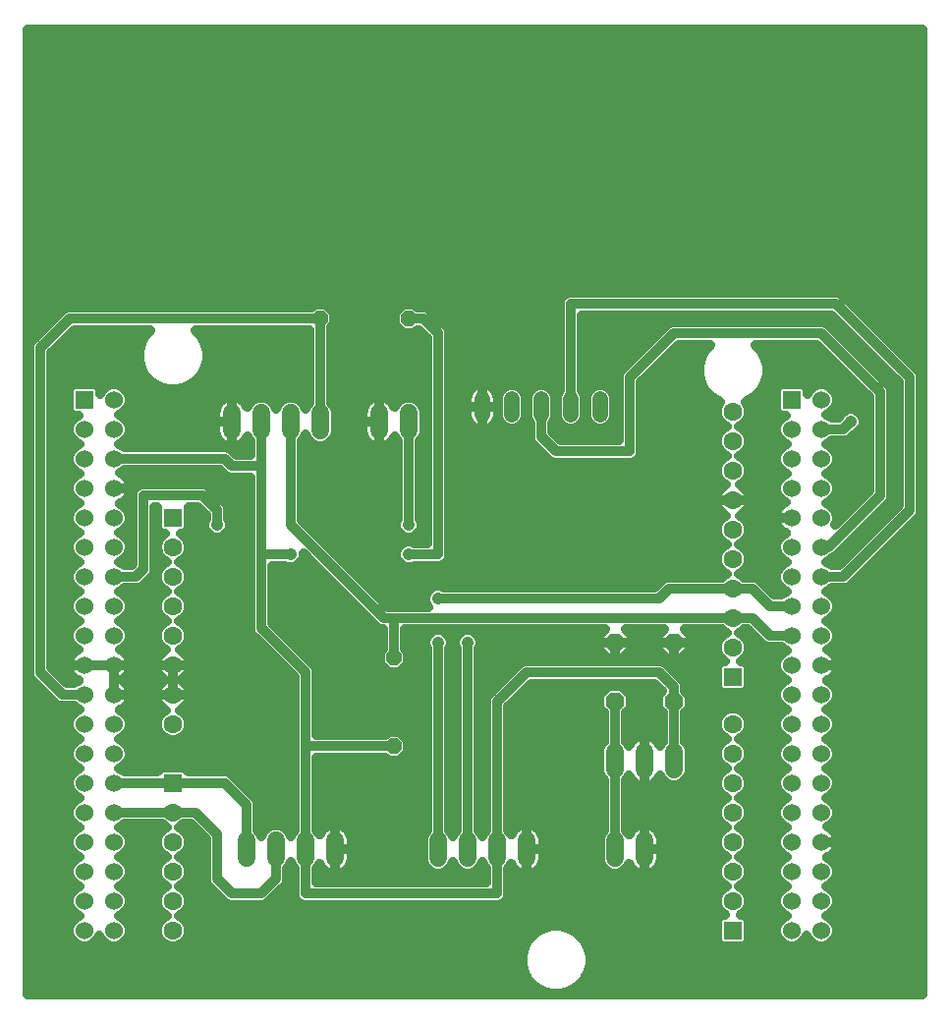
<source format=gbl>
G75*
%MOIN*%
%OFA0B0*%
%FSLAX25Y25*%
%IPPOS*%
%LPD*%
%AMOC8*
5,1,8,0,0,1.08239X$1,22.5*
%
%ADD10R,0.06024X0.06024*%
%ADD11C,0.06024*%
%ADD12R,0.06319X0.06319*%
%ADD13C,0.06319*%
%ADD14C,0.05937*%
%ADD15C,0.05200*%
%ADD16C,0.06000*%
%ADD17OC8,0.06300*%
%ADD18OC8,0.05200*%
%ADD19C,0.03200*%
%ADD20C,0.04159*%
D10*
X0026000Y0208441D03*
X0266000Y0208441D03*
D11*
X0266000Y0198441D03*
X0266000Y0188441D03*
X0266000Y0178441D03*
X0266000Y0168441D03*
X0266000Y0158441D03*
X0266000Y0148441D03*
X0266000Y0138441D03*
X0266000Y0128441D03*
X0266000Y0118441D03*
X0266000Y0108441D03*
X0266000Y0098441D03*
X0266000Y0088441D03*
X0266000Y0078441D03*
X0266000Y0068441D03*
X0266000Y0058441D03*
X0266000Y0048441D03*
X0266000Y0038441D03*
X0266000Y0028441D03*
X0276000Y0028441D03*
X0276000Y0038441D03*
X0276000Y0048441D03*
X0276000Y0058441D03*
X0276000Y0068441D03*
X0276000Y0078441D03*
X0276000Y0088441D03*
X0276000Y0098441D03*
X0276000Y0108441D03*
X0276000Y0118441D03*
X0276000Y0128441D03*
X0276000Y0138441D03*
X0276000Y0148441D03*
X0276000Y0158441D03*
X0276000Y0168441D03*
X0276000Y0178441D03*
X0276000Y0188441D03*
X0276000Y0198441D03*
X0276000Y0208441D03*
X0036000Y0208441D03*
X0036000Y0198441D03*
X0026000Y0198441D03*
X0026000Y0188441D03*
X0036000Y0188441D03*
X0036000Y0178441D03*
X0026000Y0178441D03*
X0026000Y0168441D03*
X0036000Y0168441D03*
X0036000Y0158441D03*
X0026000Y0158441D03*
X0026000Y0148441D03*
X0036000Y0148441D03*
X0036000Y0138441D03*
X0026000Y0138441D03*
X0026000Y0128441D03*
X0036000Y0128441D03*
X0036000Y0118441D03*
X0026000Y0118441D03*
X0026000Y0108441D03*
X0036000Y0108441D03*
X0036000Y0098441D03*
X0026000Y0098441D03*
X0026000Y0088441D03*
X0026000Y0078441D03*
X0036000Y0078441D03*
X0036000Y0088441D03*
X0036000Y0068441D03*
X0026000Y0068441D03*
X0026000Y0058441D03*
X0036000Y0058441D03*
X0036000Y0048441D03*
X0026000Y0048441D03*
X0026000Y0038441D03*
X0036000Y0038441D03*
X0036000Y0028441D03*
X0026000Y0028441D03*
D12*
X0056000Y0078441D03*
X0056000Y0168441D03*
X0246000Y0114425D03*
X0246000Y0028441D03*
D13*
X0246000Y0038441D03*
X0246000Y0048441D03*
X0246000Y0058441D03*
X0246000Y0068441D03*
X0246000Y0078441D03*
X0246000Y0088441D03*
X0246000Y0098441D03*
X0246000Y0124425D03*
X0246000Y0134425D03*
X0246000Y0144425D03*
X0246000Y0154425D03*
X0246000Y0164425D03*
X0246000Y0174425D03*
X0246000Y0184425D03*
X0246000Y0194425D03*
X0246000Y0204425D03*
X0056000Y0158441D03*
X0056000Y0148441D03*
X0056000Y0138441D03*
X0056000Y0128441D03*
X0056000Y0118441D03*
X0056000Y0108441D03*
X0056000Y0098441D03*
X0056000Y0068441D03*
X0056000Y0058441D03*
X0056000Y0048441D03*
X0056000Y0038441D03*
X0056000Y0028441D03*
D14*
X0081000Y0053031D02*
X0081000Y0058969D01*
X0091000Y0058969D02*
X0091000Y0053031D01*
X0101000Y0053031D02*
X0101000Y0058969D01*
X0111000Y0058969D02*
X0111000Y0053031D01*
X0146000Y0053031D02*
X0146000Y0058969D01*
X0156000Y0058969D02*
X0156000Y0053031D01*
X0166000Y0053031D02*
X0166000Y0058969D01*
X0176000Y0058969D02*
X0176000Y0053031D01*
X0206000Y0053031D02*
X0206000Y0058969D01*
X0216000Y0058969D02*
X0216000Y0053031D01*
X0136000Y0198031D02*
X0136000Y0203969D01*
X0126000Y0203969D02*
X0126000Y0198031D01*
X0106000Y0198031D02*
X0106000Y0203969D01*
X0096000Y0203969D02*
X0096000Y0198031D01*
X0086000Y0198031D02*
X0086000Y0203969D01*
X0076000Y0203969D02*
X0076000Y0198031D01*
D15*
X0161000Y0203400D02*
X0161000Y0208600D01*
X0171000Y0208600D02*
X0171000Y0203400D01*
X0181000Y0203400D02*
X0181000Y0208600D01*
X0191000Y0208600D02*
X0191000Y0203400D01*
X0201000Y0203400D02*
X0201000Y0208600D01*
D16*
X0206000Y0089000D02*
X0206000Y0083000D01*
X0216000Y0083000D02*
X0216000Y0089000D01*
X0226000Y0089000D02*
X0226000Y0083000D01*
D17*
X0226000Y0106000D03*
X0226000Y0126000D03*
X0206000Y0126000D03*
X0206000Y0106000D03*
D18*
X0131000Y0091000D03*
X0131000Y0121000D03*
X0136000Y0236000D03*
X0106000Y0236000D03*
D19*
X0006600Y0334101D02*
X0006600Y0006600D01*
X0310321Y0006600D01*
X0310321Y0334101D01*
X0006600Y0334101D01*
X0006600Y0332836D02*
X0310321Y0332836D01*
X0310321Y0329638D02*
X0006600Y0329638D01*
X0006600Y0326439D02*
X0310321Y0326439D01*
X0310321Y0323241D02*
X0006600Y0323241D01*
X0006600Y0320042D02*
X0310321Y0320042D01*
X0310321Y0316844D02*
X0006600Y0316844D01*
X0006600Y0313645D02*
X0310321Y0313645D01*
X0310321Y0310447D02*
X0006600Y0310447D01*
X0006600Y0307248D02*
X0310321Y0307248D01*
X0310321Y0304050D02*
X0006600Y0304050D01*
X0006600Y0300851D02*
X0310321Y0300851D01*
X0310321Y0297653D02*
X0006600Y0297653D01*
X0006600Y0294454D02*
X0310321Y0294454D01*
X0310321Y0291256D02*
X0006600Y0291256D01*
X0006600Y0288057D02*
X0310321Y0288057D01*
X0310321Y0284859D02*
X0006600Y0284859D01*
X0006600Y0281660D02*
X0310321Y0281660D01*
X0310321Y0278462D02*
X0006600Y0278462D01*
X0006600Y0275263D02*
X0310321Y0275263D01*
X0310321Y0272065D02*
X0006600Y0272065D01*
X0006600Y0268866D02*
X0310321Y0268866D01*
X0310321Y0265668D02*
X0006600Y0265668D01*
X0006600Y0262469D02*
X0310321Y0262469D01*
X0310321Y0259270D02*
X0006600Y0259270D01*
X0006600Y0256072D02*
X0310321Y0256072D01*
X0310321Y0252873D02*
X0006600Y0252873D01*
X0006600Y0249675D02*
X0310321Y0249675D01*
X0310321Y0246476D02*
X0006600Y0246476D01*
X0006600Y0243278D02*
X0187904Y0243278D01*
X0187779Y0243153D02*
X0187200Y0241756D01*
X0187200Y0211588D01*
X0186931Y0211319D01*
X0186200Y0209555D01*
X0186200Y0202445D01*
X0186931Y0200681D01*
X0188281Y0199331D01*
X0190045Y0198600D01*
X0191955Y0198600D01*
X0193719Y0199331D01*
X0195069Y0200681D01*
X0195800Y0202445D01*
X0195800Y0209555D01*
X0195069Y0211319D01*
X0194800Y0211588D01*
X0194800Y0237200D01*
X0279426Y0237200D01*
X0302200Y0214426D01*
X0302200Y0172574D01*
X0281867Y0152241D01*
X0279571Y0152241D01*
X0278952Y0152859D01*
X0277548Y0153441D01*
X0278952Y0154023D01*
X0279835Y0154905D01*
X0280593Y0155219D01*
X0299221Y0173847D01*
X0299800Y0175244D01*
X0299800Y0211756D01*
X0299221Y0213153D01*
X0298153Y0214221D01*
X0298153Y0214221D01*
X0279221Y0233153D01*
X0278153Y0234221D01*
X0276756Y0234800D01*
X0225244Y0234800D01*
X0223847Y0234221D01*
X0222779Y0233153D01*
X0207779Y0218153D01*
X0207200Y0216756D01*
X0207200Y0194800D01*
X0187574Y0194800D01*
X0184800Y0197574D01*
X0184800Y0200412D01*
X0185069Y0200681D01*
X0185800Y0202445D01*
X0185800Y0209555D01*
X0185069Y0211319D01*
X0183719Y0212669D01*
X0181955Y0213400D01*
X0180045Y0213400D01*
X0178281Y0212669D01*
X0176931Y0211319D01*
X0176200Y0209555D01*
X0176200Y0202445D01*
X0176931Y0200681D01*
X0177200Y0200412D01*
X0177200Y0195244D01*
X0177779Y0193847D01*
X0182779Y0188847D01*
X0183847Y0187779D01*
X0185244Y0187200D01*
X0211756Y0187200D01*
X0213153Y0187779D01*
X0214221Y0188847D01*
X0214800Y0190244D01*
X0214800Y0214426D01*
X0227574Y0227200D01*
X0238488Y0227200D01*
X0236793Y0225505D01*
X0235279Y0222882D01*
X0234494Y0219956D01*
X0234494Y0216926D01*
X0235279Y0214000D01*
X0236793Y0211376D01*
X0238935Y0209234D01*
X0241559Y0207720D01*
X0241682Y0207687D01*
X0241456Y0207461D01*
X0240641Y0205491D01*
X0240641Y0203359D01*
X0241456Y0201389D01*
X0242964Y0199882D01*
X0244066Y0199425D01*
X0242964Y0198969D01*
X0241456Y0197461D01*
X0240641Y0195491D01*
X0240641Y0193359D01*
X0241456Y0191389D01*
X0242964Y0189882D01*
X0244066Y0189425D01*
X0242964Y0188969D01*
X0241456Y0187461D01*
X0240641Y0185491D01*
X0240641Y0183359D01*
X0241456Y0181389D01*
X0242964Y0179882D01*
X0243548Y0179640D01*
X0242981Y0179351D01*
X0242248Y0178818D01*
X0241607Y0178177D01*
X0241074Y0177444D01*
X0240663Y0176636D01*
X0240382Y0175774D01*
X0240241Y0174878D01*
X0240241Y0174425D01*
X0240241Y0173972D01*
X0240382Y0173077D01*
X0240663Y0172214D01*
X0241074Y0171407D01*
X0241607Y0170673D01*
X0242248Y0170032D01*
X0242981Y0169499D01*
X0243548Y0169211D01*
X0242964Y0168969D01*
X0241456Y0167461D01*
X0240641Y0165491D01*
X0240641Y0163359D01*
X0241456Y0161389D01*
X0242964Y0159882D01*
X0244066Y0159425D01*
X0242964Y0158969D01*
X0241456Y0157461D01*
X0240641Y0155491D01*
X0240641Y0153359D01*
X0241456Y0151389D01*
X0242964Y0149882D01*
X0244066Y0149425D01*
X0242964Y0148969D01*
X0242221Y0148225D01*
X0223669Y0148225D01*
X0222273Y0147647D01*
X0221204Y0146578D01*
X0219426Y0144800D01*
X0148009Y0144800D01*
X0146851Y0145280D01*
X0145149Y0145280D01*
X0143576Y0144628D01*
X0142372Y0143424D01*
X0141720Y0141851D01*
X0141720Y0140149D01*
X0142372Y0138576D01*
X0142723Y0138225D01*
X0129149Y0138225D01*
X0099800Y0167574D01*
X0099800Y0194522D01*
X0100382Y0195104D01*
X0101000Y0196597D01*
X0101618Y0195104D01*
X0103072Y0193650D01*
X0104972Y0192863D01*
X0107028Y0192863D01*
X0108928Y0193650D01*
X0110382Y0195104D01*
X0111168Y0197003D01*
X0111168Y0204997D01*
X0110382Y0206896D01*
X0109800Y0207478D01*
X0109800Y0233012D01*
X0110800Y0234012D01*
X0110800Y0237988D01*
X0107988Y0240800D01*
X0104012Y0240800D01*
X0103012Y0239800D01*
X0020244Y0239800D01*
X0018847Y0239221D01*
X0017779Y0238153D01*
X0008847Y0229221D01*
X0007779Y0228153D01*
X0007200Y0226756D01*
X0007200Y0115244D01*
X0007779Y0113847D01*
X0016407Y0105219D01*
X0017803Y0104641D01*
X0022429Y0104641D01*
X0023048Y0104023D01*
X0024452Y0103441D01*
X0023048Y0102859D01*
X0021582Y0101393D01*
X0020788Y0099478D01*
X0020788Y0097404D01*
X0021582Y0095489D01*
X0023048Y0094023D01*
X0024452Y0093441D01*
X0023048Y0092859D01*
X0021582Y0091393D01*
X0020788Y0089478D01*
X0020788Y0087404D01*
X0021582Y0085489D01*
X0023048Y0084023D01*
X0024452Y0083441D01*
X0023048Y0082859D01*
X0021582Y0081393D01*
X0020788Y0079478D01*
X0020788Y0077404D01*
X0021582Y0075489D01*
X0023048Y0074023D01*
X0024452Y0073441D01*
X0023048Y0072859D01*
X0021582Y0071393D01*
X0020788Y0069478D01*
X0020788Y0067404D01*
X0021582Y0065489D01*
X0023048Y0064023D01*
X0024452Y0063441D01*
X0023048Y0062859D01*
X0021582Y0061393D01*
X0020788Y0059478D01*
X0020788Y0057404D01*
X0021582Y0055489D01*
X0023048Y0054023D01*
X0024452Y0053441D01*
X0023048Y0052859D01*
X0021582Y0051393D01*
X0020788Y0049478D01*
X0020788Y0047404D01*
X0021582Y0045489D01*
X0023048Y0044023D01*
X0024452Y0043441D01*
X0023048Y0042859D01*
X0021582Y0041393D01*
X0020788Y0039478D01*
X0020788Y0037404D01*
X0021582Y0035489D01*
X0023048Y0034023D01*
X0024452Y0033441D01*
X0023048Y0032859D01*
X0021582Y0031393D01*
X0020788Y0029478D01*
X0020788Y0027404D01*
X0021582Y0025489D01*
X0023048Y0024023D01*
X0024963Y0023229D01*
X0027037Y0023229D01*
X0028952Y0024023D01*
X0030418Y0025489D01*
X0031000Y0026893D01*
X0031582Y0025489D01*
X0033048Y0024023D01*
X0034963Y0023229D01*
X0037037Y0023229D01*
X0038952Y0024023D01*
X0040418Y0025489D01*
X0041212Y0027404D01*
X0041212Y0029478D01*
X0040418Y0031393D01*
X0038952Y0032859D01*
X0037548Y0033441D01*
X0038952Y0034023D01*
X0040418Y0035489D01*
X0041212Y0037404D01*
X0041212Y0039478D01*
X0040418Y0041393D01*
X0038952Y0042859D01*
X0037548Y0043441D01*
X0038952Y0044023D01*
X0040418Y0045489D01*
X0041212Y0047404D01*
X0041212Y0049478D01*
X0040418Y0051393D01*
X0038952Y0052859D01*
X0037548Y0053441D01*
X0038952Y0054023D01*
X0040418Y0055489D01*
X0041212Y0057404D01*
X0041212Y0059478D01*
X0040418Y0061393D01*
X0038952Y0062859D01*
X0037548Y0063441D01*
X0038952Y0064023D01*
X0039571Y0064641D01*
X0052221Y0064641D01*
X0052964Y0063897D01*
X0054066Y0063441D01*
X0052964Y0062984D01*
X0051456Y0061477D01*
X0050641Y0059507D01*
X0050641Y0057375D01*
X0051456Y0055405D01*
X0052964Y0053897D01*
X0054066Y0053441D01*
X0052964Y0052984D01*
X0051456Y0051477D01*
X0050641Y0049507D01*
X0050641Y0047375D01*
X0051456Y0045405D01*
X0052964Y0043897D01*
X0054066Y0043441D01*
X0052964Y0042984D01*
X0051456Y0041477D01*
X0050641Y0039507D01*
X0050641Y0037375D01*
X0051456Y0035405D01*
X0052964Y0033897D01*
X0054066Y0033441D01*
X0052964Y0032984D01*
X0051456Y0031477D01*
X0050641Y0029507D01*
X0050641Y0027375D01*
X0051456Y0025405D01*
X0052964Y0023897D01*
X0054934Y0023081D01*
X0057066Y0023081D01*
X0059036Y0023897D01*
X0060544Y0025405D01*
X0061359Y0027375D01*
X0061359Y0029507D01*
X0060544Y0031477D01*
X0059036Y0032984D01*
X0057934Y0033441D01*
X0059036Y0033897D01*
X0060544Y0035405D01*
X0061359Y0037375D01*
X0061359Y0039507D01*
X0060544Y0041477D01*
X0059036Y0042984D01*
X0057934Y0043441D01*
X0059036Y0043897D01*
X0060544Y0045405D01*
X0061359Y0047375D01*
X0061359Y0049507D01*
X0060544Y0051477D01*
X0059036Y0052984D01*
X0057934Y0053441D01*
X0059036Y0053897D01*
X0060544Y0055405D01*
X0061359Y0057375D01*
X0061359Y0059507D01*
X0060544Y0061477D01*
X0059036Y0062984D01*
X0057934Y0063441D01*
X0059036Y0063897D01*
X0059779Y0064641D01*
X0061985Y0064641D01*
X0067200Y0059426D01*
X0067200Y0045244D01*
X0067779Y0043847D01*
X0072779Y0038847D01*
X0073847Y0037779D01*
X0075244Y0037200D01*
X0086756Y0037200D01*
X0088153Y0037779D01*
X0093153Y0042779D01*
X0094221Y0043847D01*
X0094800Y0045244D01*
X0094800Y0049522D01*
X0095382Y0050104D01*
X0096000Y0051597D01*
X0096618Y0050104D01*
X0097200Y0049522D01*
X0097200Y0040244D01*
X0097779Y0038847D01*
X0098847Y0037779D01*
X0100244Y0037200D01*
X0166756Y0037200D01*
X0168153Y0037779D01*
X0169221Y0038847D01*
X0169800Y0040244D01*
X0169800Y0049522D01*
X0170382Y0050104D01*
X0170782Y0051071D01*
X0170839Y0050894D01*
X0171237Y0050113D01*
X0171753Y0049404D01*
X0172372Y0048784D01*
X0173081Y0048269D01*
X0173862Y0047871D01*
X0174696Y0047600D01*
X0175562Y0047463D01*
X0176000Y0047463D01*
X0176438Y0047463D01*
X0177304Y0047600D01*
X0178138Y0047871D01*
X0178919Y0048269D01*
X0179628Y0048784D01*
X0180247Y0049404D01*
X0180763Y0050113D01*
X0181161Y0050894D01*
X0181431Y0051728D01*
X0181568Y0052593D01*
X0181568Y0056000D01*
X0181568Y0059407D01*
X0181431Y0060272D01*
X0181161Y0061106D01*
X0180763Y0061887D01*
X0180247Y0062596D01*
X0179628Y0063216D01*
X0178919Y0063731D01*
X0178138Y0064129D01*
X0177304Y0064400D01*
X0176438Y0064537D01*
X0176000Y0064537D01*
X0176000Y0056000D01*
X0176000Y0056000D01*
X0181568Y0056000D01*
X0176000Y0056000D01*
X0176000Y0056000D01*
X0176000Y0064537D01*
X0175562Y0064537D01*
X0174696Y0064400D01*
X0173862Y0064129D01*
X0173081Y0063731D01*
X0172372Y0063216D01*
X0171753Y0062596D01*
X0171237Y0061887D01*
X0170839Y0061106D01*
X0170782Y0060929D01*
X0170382Y0061896D01*
X0169800Y0062478D01*
X0169800Y0104426D01*
X0177574Y0112200D01*
X0219426Y0112200D01*
X0222030Y0109596D01*
X0220650Y0108216D01*
X0220650Y0103784D01*
X0222200Y0102234D01*
X0222200Y0092554D01*
X0221592Y0091946D01*
X0221221Y0091052D01*
X0221190Y0091150D01*
X0220790Y0091935D01*
X0220271Y0092648D01*
X0219648Y0093271D01*
X0218935Y0093790D01*
X0218150Y0094190D01*
X0217311Y0094462D01*
X0216441Y0094600D01*
X0216000Y0094600D01*
X0216000Y0086000D01*
X0216000Y0086000D01*
X0216000Y0094600D01*
X0215559Y0094600D01*
X0214689Y0094462D01*
X0213850Y0094190D01*
X0213065Y0093790D01*
X0212352Y0093271D01*
X0211729Y0092648D01*
X0211210Y0091935D01*
X0210810Y0091150D01*
X0210779Y0091052D01*
X0210408Y0091946D01*
X0209800Y0092554D01*
X0209800Y0102234D01*
X0211350Y0103784D01*
X0211350Y0108216D01*
X0208216Y0111350D01*
X0203784Y0111350D01*
X0200650Y0108216D01*
X0200650Y0103784D01*
X0202200Y0102234D01*
X0202200Y0092554D01*
X0201592Y0091946D01*
X0200800Y0090034D01*
X0200800Y0081966D01*
X0201592Y0080054D01*
X0202200Y0079446D01*
X0202200Y0062478D01*
X0201618Y0061896D01*
X0200831Y0059997D01*
X0200831Y0052003D01*
X0201618Y0050104D01*
X0203072Y0048650D01*
X0204972Y0047863D01*
X0207028Y0047863D01*
X0208928Y0048650D01*
X0210382Y0050104D01*
X0210782Y0051071D01*
X0210839Y0050894D01*
X0211237Y0050113D01*
X0211753Y0049404D01*
X0212372Y0048784D01*
X0213081Y0048269D01*
X0213862Y0047871D01*
X0214696Y0047600D01*
X0215562Y0047463D01*
X0216000Y0047463D01*
X0216438Y0047463D01*
X0217304Y0047600D01*
X0218138Y0047871D01*
X0218919Y0048269D01*
X0219628Y0048784D01*
X0220247Y0049404D01*
X0220763Y0050113D01*
X0221161Y0050894D01*
X0221431Y0051728D01*
X0221568Y0052593D01*
X0221568Y0056000D01*
X0221568Y0059407D01*
X0221431Y0060272D01*
X0221161Y0061106D01*
X0220763Y0061887D01*
X0220247Y0062596D01*
X0219628Y0063216D01*
X0218919Y0063731D01*
X0218138Y0064129D01*
X0217304Y0064400D01*
X0216438Y0064537D01*
X0216000Y0064537D01*
X0216000Y0056000D01*
X0216000Y0056000D01*
X0221568Y0056000D01*
X0216000Y0056000D01*
X0216000Y0056000D01*
X0216000Y0064537D01*
X0215562Y0064537D01*
X0214696Y0064400D01*
X0213862Y0064129D01*
X0213081Y0063731D01*
X0212372Y0063216D01*
X0211753Y0062596D01*
X0211237Y0061887D01*
X0210839Y0061106D01*
X0210782Y0060929D01*
X0210382Y0061896D01*
X0209800Y0062478D01*
X0209800Y0079446D01*
X0210408Y0080054D01*
X0210779Y0080948D01*
X0210810Y0080850D01*
X0211210Y0080065D01*
X0211729Y0079352D01*
X0212352Y0078729D01*
X0213065Y0078210D01*
X0213850Y0077810D01*
X0214689Y0077538D01*
X0215559Y0077400D01*
X0216000Y0077400D01*
X0216441Y0077400D01*
X0217311Y0077538D01*
X0218150Y0077810D01*
X0218935Y0078210D01*
X0219648Y0078729D01*
X0220271Y0079352D01*
X0220790Y0080065D01*
X0221190Y0080850D01*
X0221221Y0080948D01*
X0221592Y0080054D01*
X0223054Y0078592D01*
X0224966Y0077800D01*
X0227034Y0077800D01*
X0228946Y0078592D01*
X0230408Y0080054D01*
X0231200Y0081966D01*
X0231200Y0090034D01*
X0230408Y0091946D01*
X0229800Y0092554D01*
X0229800Y0102234D01*
X0231350Y0103784D01*
X0231350Y0108216D01*
X0229800Y0109766D01*
X0229800Y0111756D01*
X0229221Y0113153D01*
X0224221Y0118153D01*
X0223153Y0119221D01*
X0221756Y0119800D01*
X0175244Y0119800D01*
X0173847Y0119221D01*
X0172779Y0118153D01*
X0163847Y0109221D01*
X0162779Y0108153D01*
X0162200Y0106756D01*
X0162200Y0062478D01*
X0161618Y0061896D01*
X0161000Y0060403D01*
X0160382Y0061896D01*
X0159800Y0062478D01*
X0159800Y0123991D01*
X0160280Y0125149D01*
X0160280Y0126851D01*
X0159628Y0128424D01*
X0158424Y0129628D01*
X0156851Y0130280D01*
X0155149Y0130280D01*
X0153576Y0129628D01*
X0152372Y0128424D01*
X0151720Y0126851D01*
X0151720Y0125149D01*
X0152200Y0123991D01*
X0152200Y0062478D01*
X0151618Y0061896D01*
X0151000Y0060403D01*
X0150382Y0061896D01*
X0149800Y0062478D01*
X0149800Y0123991D01*
X0150280Y0125149D01*
X0150280Y0126851D01*
X0149628Y0128424D01*
X0148424Y0129628D01*
X0146851Y0130280D01*
X0145149Y0130280D01*
X0143576Y0129628D01*
X0142372Y0128424D01*
X0141720Y0126851D01*
X0141720Y0125149D01*
X0142200Y0123991D01*
X0142200Y0062478D01*
X0141618Y0061896D01*
X0140831Y0059997D01*
X0140831Y0052003D01*
X0141618Y0050104D01*
X0143072Y0048650D01*
X0144972Y0047863D01*
X0147028Y0047863D01*
X0148928Y0048650D01*
X0150382Y0050104D01*
X0151000Y0051597D01*
X0151618Y0050104D01*
X0153072Y0048650D01*
X0154972Y0047863D01*
X0157028Y0047863D01*
X0158928Y0048650D01*
X0160382Y0050104D01*
X0161000Y0051597D01*
X0161618Y0050104D01*
X0162200Y0049522D01*
X0162200Y0044800D01*
X0104800Y0044800D01*
X0104800Y0049522D01*
X0105382Y0050104D01*
X0105782Y0051071D01*
X0105839Y0050894D01*
X0106237Y0050113D01*
X0106753Y0049404D01*
X0107372Y0048784D01*
X0108081Y0048269D01*
X0108862Y0047871D01*
X0109696Y0047600D01*
X0110562Y0047463D01*
X0111000Y0047463D01*
X0111438Y0047463D01*
X0112304Y0047600D01*
X0113138Y0047871D01*
X0113919Y0048269D01*
X0114628Y0048784D01*
X0115247Y0049404D01*
X0115763Y0050113D01*
X0116161Y0050894D01*
X0116431Y0051728D01*
X0116568Y0052593D01*
X0116568Y0056000D01*
X0116568Y0059407D01*
X0116431Y0060272D01*
X0116161Y0061106D01*
X0115763Y0061887D01*
X0115247Y0062596D01*
X0114628Y0063216D01*
X0113919Y0063731D01*
X0113138Y0064129D01*
X0112304Y0064400D01*
X0111438Y0064537D01*
X0111000Y0064537D01*
X0111000Y0056000D01*
X0111000Y0056000D01*
X0116568Y0056000D01*
X0111000Y0056000D01*
X0111000Y0056000D01*
X0111000Y0064537D01*
X0110562Y0064537D01*
X0109696Y0064400D01*
X0108862Y0064129D01*
X0108081Y0063731D01*
X0107372Y0063216D01*
X0106753Y0062596D01*
X0106237Y0061887D01*
X0105839Y0061106D01*
X0105782Y0060929D01*
X0105382Y0061896D01*
X0104800Y0062478D01*
X0104800Y0087200D01*
X0128012Y0087200D01*
X0129012Y0086200D01*
X0132988Y0086200D01*
X0135800Y0089012D01*
X0135800Y0092988D01*
X0132988Y0095800D01*
X0129012Y0095800D01*
X0128012Y0094800D01*
X0104800Y0094800D01*
X0104800Y0116756D01*
X0104221Y0118153D01*
X0089800Y0132574D01*
X0089800Y0152200D01*
X0093991Y0152200D01*
X0095149Y0151720D01*
X0096851Y0151720D01*
X0098424Y0152372D01*
X0099628Y0153576D01*
X0100280Y0155149D01*
X0100280Y0156346D01*
X0125422Y0131204D01*
X0126819Y0130625D01*
X0127200Y0130625D01*
X0127200Y0123988D01*
X0126200Y0122988D01*
X0126200Y0119012D01*
X0129012Y0116200D01*
X0132988Y0116200D01*
X0135800Y0119012D01*
X0135800Y0122988D01*
X0134800Y0123988D01*
X0134800Y0130625D01*
X0202493Y0130625D01*
X0200250Y0128382D01*
X0200250Y0126000D01*
X0206000Y0126000D01*
X0211750Y0126000D01*
X0211750Y0128382D01*
X0209506Y0130625D01*
X0222493Y0130625D01*
X0220250Y0128382D01*
X0220250Y0126000D01*
X0226000Y0126000D01*
X0231750Y0126000D01*
X0231750Y0128382D01*
X0229506Y0130625D01*
X0242221Y0130625D01*
X0242964Y0129882D01*
X0244066Y0129425D01*
X0242964Y0128969D01*
X0241456Y0127461D01*
X0240641Y0125491D01*
X0240641Y0123359D01*
X0241456Y0121389D01*
X0242964Y0119882D01*
X0243198Y0119785D01*
X0241929Y0119785D01*
X0240641Y0118496D01*
X0240641Y0110354D01*
X0241929Y0109066D01*
X0250071Y0109066D01*
X0251359Y0110354D01*
X0251359Y0118496D01*
X0250071Y0119785D01*
X0248802Y0119785D01*
X0249036Y0119882D01*
X0250544Y0121389D01*
X0251359Y0123359D01*
X0251359Y0125491D01*
X0250544Y0127461D01*
X0249036Y0128969D01*
X0247934Y0129425D01*
X0249036Y0129882D01*
X0249779Y0130625D01*
X0251001Y0130625D01*
X0256407Y0125219D01*
X0257803Y0124641D01*
X0262429Y0124641D01*
X0263048Y0124023D01*
X0264452Y0123441D01*
X0263048Y0122859D01*
X0261582Y0121393D01*
X0260788Y0119478D01*
X0260788Y0117404D01*
X0261582Y0115489D01*
X0263048Y0114023D01*
X0264452Y0113441D01*
X0263048Y0112859D01*
X0261582Y0111393D01*
X0260788Y0109478D01*
X0260788Y0107404D01*
X0261582Y0105489D01*
X0263048Y0104023D01*
X0264452Y0103441D01*
X0263048Y0102859D01*
X0261582Y0101393D01*
X0260788Y0099478D01*
X0260788Y0097404D01*
X0261582Y0095489D01*
X0263048Y0094023D01*
X0264452Y0093441D01*
X0263048Y0092859D01*
X0261582Y0091393D01*
X0260788Y0089478D01*
X0260788Y0087404D01*
X0261582Y0085489D01*
X0263048Y0084023D01*
X0264452Y0083441D01*
X0263048Y0082859D01*
X0261582Y0081393D01*
X0260788Y0079478D01*
X0260788Y0077404D01*
X0261582Y0075489D01*
X0263048Y0074023D01*
X0264452Y0073441D01*
X0263048Y0072859D01*
X0261582Y0071393D01*
X0260788Y0069478D01*
X0260788Y0067404D01*
X0261582Y0065489D01*
X0263048Y0064023D01*
X0264452Y0063441D01*
X0263048Y0062859D01*
X0261582Y0061393D01*
X0260788Y0059478D01*
X0260788Y0057404D01*
X0261582Y0055489D01*
X0263048Y0054023D01*
X0264452Y0053441D01*
X0263048Y0052859D01*
X0261582Y0051393D01*
X0260788Y0049478D01*
X0260788Y0047404D01*
X0261582Y0045489D01*
X0263048Y0044023D01*
X0264452Y0043441D01*
X0263048Y0042859D01*
X0261582Y0041393D01*
X0260788Y0039478D01*
X0260788Y0037404D01*
X0261582Y0035489D01*
X0263048Y0034023D01*
X0264452Y0033441D01*
X0263048Y0032859D01*
X0261582Y0031393D01*
X0260788Y0029478D01*
X0260788Y0027404D01*
X0261582Y0025489D01*
X0263048Y0024023D01*
X0264963Y0023229D01*
X0267037Y0023229D01*
X0268952Y0024023D01*
X0270418Y0025489D01*
X0271000Y0026893D01*
X0271582Y0025489D01*
X0273048Y0024023D01*
X0274963Y0023229D01*
X0277037Y0023229D01*
X0278952Y0024023D01*
X0280418Y0025489D01*
X0281212Y0027404D01*
X0281212Y0029478D01*
X0280418Y0031393D01*
X0278952Y0032859D01*
X0277548Y0033441D01*
X0278952Y0034023D01*
X0280418Y0035489D01*
X0281212Y0037404D01*
X0281212Y0039478D01*
X0280418Y0041393D01*
X0278952Y0042859D01*
X0277548Y0043441D01*
X0278952Y0044023D01*
X0280418Y0045489D01*
X0281212Y0047404D01*
X0281212Y0049478D01*
X0280418Y0051393D01*
X0278952Y0052859D01*
X0278086Y0053218D01*
X0278154Y0053240D01*
X0278941Y0053641D01*
X0279656Y0054160D01*
X0280280Y0054785D01*
X0280800Y0055500D01*
X0281201Y0056287D01*
X0281474Y0057127D01*
X0281612Y0057999D01*
X0281612Y0058441D01*
X0281612Y0058883D01*
X0281474Y0059755D01*
X0281201Y0060595D01*
X0280800Y0061382D01*
X0280280Y0062097D01*
X0279656Y0062721D01*
X0278941Y0063241D01*
X0278154Y0063642D01*
X0278086Y0063664D01*
X0278952Y0064023D01*
X0280418Y0065489D01*
X0281212Y0067404D01*
X0281212Y0069478D01*
X0280418Y0071393D01*
X0278952Y0072859D01*
X0277548Y0073441D01*
X0278952Y0074023D01*
X0280418Y0075489D01*
X0281212Y0077404D01*
X0281212Y0079478D01*
X0280418Y0081393D01*
X0278952Y0082859D01*
X0277548Y0083441D01*
X0278952Y0084023D01*
X0280418Y0085489D01*
X0281212Y0087404D01*
X0281212Y0089478D01*
X0280418Y0091393D01*
X0278952Y0092859D01*
X0277548Y0093441D01*
X0278952Y0094023D01*
X0280418Y0095489D01*
X0281212Y0097404D01*
X0281212Y0099478D01*
X0280418Y0101393D01*
X0278952Y0102859D01*
X0277548Y0103441D01*
X0278952Y0104023D01*
X0280418Y0105489D01*
X0281212Y0107404D01*
X0281212Y0109478D01*
X0280418Y0111393D01*
X0278952Y0112859D01*
X0278086Y0113218D01*
X0278154Y0113240D01*
X0278941Y0113641D01*
X0279656Y0114160D01*
X0280280Y0114785D01*
X0280800Y0115500D01*
X0281201Y0116287D01*
X0281474Y0117127D01*
X0281612Y0117999D01*
X0281612Y0118441D01*
X0281612Y0118883D01*
X0281474Y0119755D01*
X0281201Y0120595D01*
X0280800Y0121382D01*
X0280280Y0122097D01*
X0279656Y0122721D01*
X0278941Y0123241D01*
X0278154Y0123642D01*
X0278086Y0123664D01*
X0278952Y0124023D01*
X0280418Y0125489D01*
X0281212Y0127404D01*
X0281212Y0129478D01*
X0280418Y0131393D01*
X0278952Y0132859D01*
X0277548Y0133441D01*
X0278952Y0134023D01*
X0280418Y0135489D01*
X0281212Y0137404D01*
X0281212Y0139478D01*
X0280418Y0141393D01*
X0278952Y0142859D01*
X0277548Y0143441D01*
X0278952Y0144023D01*
X0279571Y0144641D01*
X0284197Y0144641D01*
X0285593Y0145219D01*
X0309221Y0168847D01*
X0309800Y0170244D01*
X0309800Y0216756D01*
X0309221Y0218153D01*
X0283153Y0244221D01*
X0281756Y0244800D01*
X0190244Y0244800D01*
X0188847Y0244221D01*
X0187779Y0243153D01*
X0187200Y0240079D02*
X0138709Y0240079D01*
X0138988Y0239800D02*
X0137988Y0240800D01*
X0134012Y0240800D01*
X0131200Y0237988D01*
X0131200Y0234012D01*
X0134012Y0231200D01*
X0137988Y0231200D01*
X0138988Y0232200D01*
X0139426Y0232200D01*
X0142200Y0229426D01*
X0142200Y0159800D01*
X0138009Y0159800D01*
X0136851Y0160280D01*
X0135149Y0160280D01*
X0133576Y0159628D01*
X0132372Y0158424D01*
X0131720Y0156851D01*
X0131720Y0155149D01*
X0132372Y0153576D01*
X0133576Y0152372D01*
X0135149Y0151720D01*
X0136851Y0151720D01*
X0138009Y0152200D01*
X0146756Y0152200D01*
X0148153Y0152779D01*
X0149221Y0153847D01*
X0149800Y0155244D01*
X0149800Y0231756D01*
X0149221Y0233153D01*
X0148153Y0234221D01*
X0143153Y0239221D01*
X0141756Y0239800D01*
X0138988Y0239800D01*
X0141000Y0236000D02*
X0136000Y0236000D01*
X0131200Y0236881D02*
X0110800Y0236881D01*
X0110471Y0233682D02*
X0131529Y0233682D01*
X0133291Y0240079D02*
X0108709Y0240079D01*
X0106000Y0236000D02*
X0021000Y0236000D01*
X0011000Y0226000D01*
X0011000Y0116000D01*
X0018559Y0108441D01*
X0026000Y0108441D01*
X0022429Y0112241D02*
X0020133Y0112241D01*
X0014800Y0117574D01*
X0014800Y0224426D01*
X0022574Y0232200D01*
X0048488Y0232200D01*
X0046793Y0230505D01*
X0045279Y0227882D01*
X0044494Y0224956D01*
X0044494Y0221926D01*
X0045279Y0219000D01*
X0046793Y0216376D01*
X0048935Y0214234D01*
X0051559Y0212720D01*
X0054485Y0211935D01*
X0057515Y0211935D01*
X0060441Y0212720D01*
X0063065Y0214234D01*
X0065207Y0216376D01*
X0066721Y0219000D01*
X0067505Y0221926D01*
X0067505Y0224956D01*
X0066721Y0227882D01*
X0065207Y0230505D01*
X0063512Y0232200D01*
X0102200Y0232200D01*
X0102200Y0207478D01*
X0101618Y0206896D01*
X0101000Y0205403D01*
X0100382Y0206896D01*
X0098928Y0208350D01*
X0097028Y0209137D01*
X0094972Y0209137D01*
X0093072Y0208350D01*
X0091618Y0206896D01*
X0091000Y0205403D01*
X0090382Y0206896D01*
X0088928Y0208350D01*
X0087028Y0209137D01*
X0084972Y0209137D01*
X0083072Y0208350D01*
X0081618Y0206896D01*
X0081218Y0205929D01*
X0081161Y0206106D01*
X0080763Y0206887D01*
X0080247Y0207596D01*
X0079628Y0208216D01*
X0078919Y0208731D01*
X0078138Y0209129D01*
X0077304Y0209400D01*
X0076438Y0209537D01*
X0076000Y0209537D01*
X0076000Y0201000D01*
X0076000Y0201000D01*
X0076000Y0192463D01*
X0076438Y0192463D01*
X0077304Y0192600D01*
X0078138Y0192871D01*
X0078919Y0193269D01*
X0079628Y0193784D01*
X0080247Y0194404D01*
X0080763Y0195113D01*
X0081161Y0195894D01*
X0081218Y0196071D01*
X0081618Y0195104D01*
X0082200Y0194522D01*
X0082200Y0189800D01*
X0077574Y0189800D01*
X0076781Y0190593D01*
X0076781Y0190593D01*
X0075712Y0191662D01*
X0074315Y0192241D01*
X0039571Y0192241D01*
X0038952Y0192859D01*
X0037548Y0193441D01*
X0038952Y0194023D01*
X0040418Y0195489D01*
X0041212Y0197404D01*
X0041212Y0199478D01*
X0040418Y0201393D01*
X0038952Y0202859D01*
X0037548Y0203441D01*
X0038952Y0204023D01*
X0040418Y0205489D01*
X0041212Y0207404D01*
X0041212Y0209478D01*
X0040418Y0211393D01*
X0038952Y0212859D01*
X0037037Y0213653D01*
X0034963Y0213653D01*
X0033048Y0212859D01*
X0031582Y0211393D01*
X0031212Y0210500D01*
X0031212Y0212364D01*
X0029923Y0213653D01*
X0022077Y0213653D01*
X0020788Y0212364D01*
X0020788Y0204518D01*
X0022077Y0203229D01*
X0023941Y0203229D01*
X0023048Y0202859D01*
X0021582Y0201393D01*
X0020788Y0199478D01*
X0020788Y0197404D01*
X0021582Y0195489D01*
X0023048Y0194023D01*
X0024452Y0193441D01*
X0023048Y0192859D01*
X0021582Y0191393D01*
X0020788Y0189478D01*
X0020788Y0187404D01*
X0021582Y0185489D01*
X0023048Y0184023D01*
X0024452Y0183441D01*
X0023048Y0182859D01*
X0021582Y0181393D01*
X0020788Y0179478D01*
X0020788Y0177404D01*
X0021582Y0175489D01*
X0023048Y0174023D01*
X0024452Y0173441D01*
X0023048Y0172859D01*
X0021582Y0171393D01*
X0020788Y0169478D01*
X0020788Y0167404D01*
X0021582Y0165489D01*
X0023048Y0164023D01*
X0024452Y0163441D01*
X0023048Y0162859D01*
X0021582Y0161393D01*
X0020788Y0159478D01*
X0020788Y0157404D01*
X0021582Y0155489D01*
X0023048Y0154023D01*
X0024452Y0153441D01*
X0023048Y0152859D01*
X0021582Y0151393D01*
X0020788Y0149478D01*
X0020788Y0147404D01*
X0021582Y0145489D01*
X0023048Y0144023D01*
X0024452Y0143441D01*
X0023048Y0142859D01*
X0021582Y0141393D01*
X0020788Y0139478D01*
X0020788Y0137404D01*
X0021582Y0135489D01*
X0023048Y0134023D01*
X0024452Y0133441D01*
X0023048Y0132859D01*
X0021582Y0131393D01*
X0020788Y0129478D01*
X0020788Y0127404D01*
X0021582Y0125489D01*
X0023048Y0124023D01*
X0023914Y0123664D01*
X0023846Y0123642D01*
X0023059Y0123241D01*
X0022344Y0122721D01*
X0021720Y0122097D01*
X0021200Y0121382D01*
X0020799Y0120595D01*
X0020526Y0119755D01*
X0020388Y0118883D01*
X0020388Y0118441D01*
X0026000Y0118441D01*
X0036000Y0118441D01*
X0041612Y0118441D01*
X0041612Y0118883D01*
X0041474Y0119755D01*
X0041201Y0120595D01*
X0040800Y0121382D01*
X0040280Y0122097D01*
X0039656Y0122721D01*
X0038941Y0123241D01*
X0038154Y0123642D01*
X0038086Y0123664D01*
X0038952Y0124023D01*
X0040418Y0125489D01*
X0041212Y0127404D01*
X0041212Y0129478D01*
X0040418Y0131393D01*
X0038952Y0132859D01*
X0037548Y0133441D01*
X0038952Y0134023D01*
X0040418Y0135489D01*
X0041212Y0137404D01*
X0041212Y0139478D01*
X0040418Y0141393D01*
X0038952Y0142859D01*
X0037548Y0143441D01*
X0038952Y0144023D01*
X0039571Y0144641D01*
X0044197Y0144641D01*
X0045593Y0145219D01*
X0048153Y0147779D01*
X0049221Y0148847D01*
X0049800Y0150244D01*
X0049800Y0172200D01*
X0050641Y0172200D01*
X0050641Y0164370D01*
X0051929Y0163081D01*
X0053198Y0163081D01*
X0052964Y0162984D01*
X0051456Y0161477D01*
X0050641Y0159507D01*
X0050641Y0157375D01*
X0051456Y0155405D01*
X0052964Y0153897D01*
X0054066Y0153441D01*
X0052964Y0152984D01*
X0051456Y0151477D01*
X0050641Y0149507D01*
X0050641Y0147375D01*
X0051456Y0145405D01*
X0052964Y0143897D01*
X0054066Y0143441D01*
X0052964Y0142984D01*
X0051456Y0141477D01*
X0050641Y0139507D01*
X0050641Y0137375D01*
X0051456Y0135405D01*
X0052964Y0133897D01*
X0054066Y0133441D01*
X0052964Y0132984D01*
X0051456Y0131477D01*
X0050641Y0129507D01*
X0050641Y0127375D01*
X0051456Y0125405D01*
X0052964Y0123897D01*
X0053548Y0123656D01*
X0052981Y0123367D01*
X0052248Y0122834D01*
X0051607Y0122193D01*
X0051074Y0121460D01*
X0050663Y0120652D01*
X0050382Y0119790D01*
X0050241Y0118894D01*
X0050241Y0118441D01*
X0056000Y0118441D01*
X0061759Y0118441D01*
X0061759Y0118894D01*
X0061618Y0119790D01*
X0061337Y0120652D01*
X0060926Y0121460D01*
X0060393Y0122193D01*
X0059752Y0122834D01*
X0059019Y0123367D01*
X0058452Y0123656D01*
X0059036Y0123897D01*
X0060544Y0125405D01*
X0061359Y0127375D01*
X0061359Y0129507D01*
X0060544Y0131477D01*
X0059036Y0132984D01*
X0057934Y0133441D01*
X0059036Y0133897D01*
X0060544Y0135405D01*
X0061359Y0137375D01*
X0061359Y0139507D01*
X0060544Y0141477D01*
X0059036Y0142984D01*
X0057934Y0143441D01*
X0059036Y0143897D01*
X0060544Y0145405D01*
X0061359Y0147375D01*
X0061359Y0149507D01*
X0060544Y0151477D01*
X0059036Y0152984D01*
X0057934Y0153441D01*
X0059036Y0153897D01*
X0060544Y0155405D01*
X0061359Y0157375D01*
X0061359Y0159507D01*
X0060544Y0161477D01*
X0059036Y0162984D01*
X0058802Y0163081D01*
X0060071Y0163081D01*
X0061359Y0164370D01*
X0061359Y0172200D01*
X0064426Y0172200D01*
X0067200Y0169426D01*
X0067200Y0168009D01*
X0066720Y0166851D01*
X0066720Y0165149D01*
X0067372Y0163576D01*
X0068576Y0162372D01*
X0070149Y0161720D01*
X0071851Y0161720D01*
X0073424Y0162372D01*
X0074628Y0163576D01*
X0075280Y0165149D01*
X0075280Y0166851D01*
X0074800Y0168009D01*
X0074800Y0171756D01*
X0074221Y0173153D01*
X0073153Y0174221D01*
X0068153Y0179221D01*
X0066756Y0179800D01*
X0045244Y0179800D01*
X0043847Y0179221D01*
X0042779Y0178153D01*
X0042200Y0176756D01*
X0042200Y0152574D01*
X0041867Y0152241D01*
X0039571Y0152241D01*
X0038952Y0152859D01*
X0037548Y0153441D01*
X0038952Y0154023D01*
X0040418Y0155489D01*
X0041212Y0157404D01*
X0041212Y0159478D01*
X0040418Y0161393D01*
X0038952Y0162859D01*
X0037548Y0163441D01*
X0038952Y0164023D01*
X0040418Y0165489D01*
X0041212Y0167404D01*
X0041212Y0169478D01*
X0040418Y0171393D01*
X0038952Y0172859D01*
X0038086Y0173218D01*
X0038154Y0173240D01*
X0038941Y0173641D01*
X0039656Y0174160D01*
X0040280Y0174785D01*
X0040800Y0175500D01*
X0041201Y0176287D01*
X0041474Y0177127D01*
X0041612Y0177999D01*
X0041612Y0178441D01*
X0041612Y0178883D01*
X0041474Y0179755D01*
X0041201Y0180595D01*
X0040800Y0181382D01*
X0040280Y0182097D01*
X0039656Y0182721D01*
X0038941Y0183241D01*
X0038154Y0183642D01*
X0038086Y0183664D01*
X0038952Y0184023D01*
X0039571Y0184641D01*
X0071985Y0184641D01*
X0072779Y0183847D01*
X0073847Y0182779D01*
X0075244Y0182200D01*
X0082200Y0182200D01*
X0082200Y0130244D01*
X0082779Y0128847D01*
X0083847Y0127779D01*
X0097200Y0114426D01*
X0097200Y0062478D01*
X0096618Y0061896D01*
X0096000Y0060403D01*
X0095382Y0061896D01*
X0093928Y0063350D01*
X0092028Y0064137D01*
X0089972Y0064137D01*
X0088072Y0063350D01*
X0086618Y0061896D01*
X0086000Y0060403D01*
X0085382Y0061896D01*
X0084800Y0062478D01*
X0084800Y0071756D01*
X0084221Y0073153D01*
X0075712Y0081662D01*
X0074315Y0082241D01*
X0061359Y0082241D01*
X0061359Y0082512D01*
X0060071Y0083800D01*
X0051929Y0083800D01*
X0050641Y0082512D01*
X0050641Y0082241D01*
X0039571Y0082241D01*
X0038952Y0082859D01*
X0037548Y0083441D01*
X0038952Y0084023D01*
X0040418Y0085489D01*
X0041212Y0087404D01*
X0041212Y0089478D01*
X0040418Y0091393D01*
X0038952Y0092859D01*
X0037548Y0093441D01*
X0038952Y0094023D01*
X0040418Y0095489D01*
X0041212Y0097404D01*
X0041212Y0099478D01*
X0040418Y0101393D01*
X0038952Y0102859D01*
X0038086Y0103218D01*
X0038154Y0103240D01*
X0038941Y0103641D01*
X0039656Y0104160D01*
X0040280Y0104785D01*
X0040800Y0105500D01*
X0041201Y0106287D01*
X0041474Y0107127D01*
X0041612Y0107999D01*
X0041612Y0108441D01*
X0041612Y0108883D01*
X0041474Y0109755D01*
X0041201Y0110595D01*
X0040800Y0111382D01*
X0040280Y0112097D01*
X0039656Y0112721D01*
X0038941Y0113241D01*
X0038548Y0113441D01*
X0038941Y0113641D01*
X0039656Y0114160D01*
X0040280Y0114785D01*
X0040800Y0115500D01*
X0041201Y0116287D01*
X0041474Y0117127D01*
X0041612Y0117999D01*
X0041612Y0118441D01*
X0036000Y0118441D01*
X0036000Y0118441D01*
X0036000Y0118441D01*
X0030388Y0118441D01*
X0026000Y0118441D01*
X0026000Y0118441D01*
X0026000Y0118441D01*
X0020388Y0118441D01*
X0020388Y0117999D01*
X0020526Y0117127D01*
X0020799Y0116287D01*
X0021200Y0115500D01*
X0021720Y0114785D01*
X0022344Y0114160D01*
X0023059Y0113641D01*
X0023846Y0113240D01*
X0023914Y0113218D01*
X0023048Y0112859D01*
X0022429Y0112241D01*
X0021318Y0115337D02*
X0017037Y0115337D01*
X0014800Y0118536D02*
X0020388Y0118536D01*
X0021456Y0121734D02*
X0014800Y0121734D01*
X0014800Y0124933D02*
X0022137Y0124933D01*
X0020788Y0128132D02*
X0014800Y0128132D01*
X0014800Y0131330D02*
X0021555Y0131330D01*
X0022542Y0134529D02*
X0014800Y0134529D01*
X0014800Y0137727D02*
X0020788Y0137727D01*
X0021388Y0140926D02*
X0014800Y0140926D01*
X0014800Y0144124D02*
X0022946Y0144124D01*
X0020822Y0147323D02*
X0014800Y0147323D01*
X0014800Y0150521D02*
X0021220Y0150521D01*
X0023779Y0153720D02*
X0014800Y0153720D01*
X0014800Y0156918D02*
X0020990Y0156918D01*
X0021053Y0160117D02*
X0014800Y0160117D01*
X0014800Y0163315D02*
X0024148Y0163315D01*
X0021157Y0166514D02*
X0014800Y0166514D01*
X0014800Y0169712D02*
X0020885Y0169712D01*
X0023172Y0172911D02*
X0014800Y0172911D01*
X0014800Y0176109D02*
X0021325Y0176109D01*
X0020788Y0179308D02*
X0014800Y0179308D01*
X0014800Y0182506D02*
X0022695Y0182506D01*
X0021492Y0185705D02*
X0014800Y0185705D01*
X0014800Y0188903D02*
X0020788Y0188903D01*
X0022290Y0192102D02*
X0014800Y0192102D01*
X0014800Y0195300D02*
X0021770Y0195300D01*
X0020788Y0198499D02*
X0014800Y0198499D01*
X0014800Y0201697D02*
X0021886Y0201697D01*
X0020788Y0204896D02*
X0014800Y0204896D01*
X0014800Y0208094D02*
X0020788Y0208094D01*
X0020788Y0211293D02*
X0014800Y0211293D01*
X0014800Y0214491D02*
X0048678Y0214491D01*
X0046035Y0217690D02*
X0014800Y0217690D01*
X0014800Y0220888D02*
X0044773Y0220888D01*
X0044494Y0224087D02*
X0014800Y0224087D01*
X0017659Y0227285D02*
X0045119Y0227285D01*
X0046781Y0230484D02*
X0020858Y0230484D01*
X0016507Y0236881D02*
X0006600Y0236881D01*
X0006600Y0240079D02*
X0103291Y0240079D01*
X0106000Y0236000D02*
X0106000Y0201000D01*
X0110463Y0195300D02*
X0121142Y0195300D01*
X0121237Y0195113D02*
X0121753Y0194404D01*
X0122372Y0193784D01*
X0123081Y0193269D01*
X0123862Y0192871D01*
X0124696Y0192600D01*
X0125562Y0192463D01*
X0126000Y0192463D01*
X0126438Y0192463D01*
X0127304Y0192600D01*
X0128138Y0192871D01*
X0128919Y0193269D01*
X0129628Y0193784D01*
X0130247Y0194404D01*
X0130763Y0195113D01*
X0131161Y0195894D01*
X0131218Y0196071D01*
X0131618Y0195104D01*
X0132200Y0194522D01*
X0132200Y0168009D01*
X0131720Y0166851D01*
X0131720Y0165149D01*
X0132372Y0163576D01*
X0133576Y0162372D01*
X0135149Y0161720D01*
X0136851Y0161720D01*
X0138424Y0162372D01*
X0139628Y0163576D01*
X0140280Y0165149D01*
X0140280Y0166851D01*
X0139800Y0168009D01*
X0139800Y0194522D01*
X0140382Y0195104D01*
X0141168Y0197003D01*
X0141168Y0204997D01*
X0140382Y0206896D01*
X0138928Y0208350D01*
X0137028Y0209137D01*
X0134972Y0209137D01*
X0133072Y0208350D01*
X0131618Y0206896D01*
X0131218Y0205929D01*
X0131161Y0206106D01*
X0130763Y0206887D01*
X0130247Y0207596D01*
X0129628Y0208216D01*
X0128919Y0208731D01*
X0128138Y0209129D01*
X0127304Y0209400D01*
X0126438Y0209537D01*
X0126000Y0209537D01*
X0126000Y0201000D01*
X0126000Y0201000D01*
X0126000Y0192463D01*
X0126000Y0201000D01*
X0126000Y0201000D01*
X0126000Y0201000D01*
X0120431Y0201000D01*
X0120431Y0197593D01*
X0120569Y0196728D01*
X0120839Y0195894D01*
X0121237Y0195113D01*
X0120431Y0198499D02*
X0111168Y0198499D01*
X0111168Y0201697D02*
X0120431Y0201697D01*
X0120431Y0201000D02*
X0120431Y0204407D01*
X0120569Y0205272D01*
X0120839Y0206106D01*
X0121237Y0206887D01*
X0121753Y0207596D01*
X0122372Y0208216D01*
X0123081Y0208731D01*
X0123862Y0209129D01*
X0124696Y0209400D01*
X0125562Y0209537D01*
X0126000Y0209537D01*
X0126000Y0201000D01*
X0120431Y0201000D01*
X0126000Y0201697D02*
X0126000Y0201697D01*
X0126000Y0198499D02*
X0126000Y0198499D01*
X0126000Y0195300D02*
X0126000Y0195300D01*
X0130858Y0195300D02*
X0131537Y0195300D01*
X0132200Y0192102D02*
X0099800Y0192102D01*
X0099800Y0188903D02*
X0132200Y0188903D01*
X0132200Y0185705D02*
X0099800Y0185705D01*
X0099800Y0182506D02*
X0132200Y0182506D01*
X0132200Y0179308D02*
X0099800Y0179308D01*
X0099800Y0176109D02*
X0132200Y0176109D01*
X0132200Y0172911D02*
X0099800Y0172911D01*
X0099800Y0169712D02*
X0132200Y0169712D01*
X0131720Y0166514D02*
X0100860Y0166514D01*
X0104059Y0163315D02*
X0132633Y0163315D01*
X0134756Y0160117D02*
X0107257Y0160117D01*
X0110456Y0156918D02*
X0131748Y0156918D01*
X0132312Y0153720D02*
X0113654Y0153720D01*
X0116853Y0150521D02*
X0242325Y0150521D01*
X0240641Y0153720D02*
X0149094Y0153720D01*
X0149800Y0156918D02*
X0241232Y0156918D01*
X0242729Y0160117D02*
X0149800Y0160117D01*
X0149800Y0163315D02*
X0240659Y0163315D01*
X0241064Y0166514D02*
X0149800Y0166514D01*
X0149800Y0169712D02*
X0242688Y0169712D01*
X0240436Y0172911D02*
X0149800Y0172911D01*
X0149800Y0176109D02*
X0240491Y0176109D01*
X0240241Y0174425D02*
X0246000Y0174425D01*
X0240241Y0174425D01*
X0242922Y0179308D02*
X0149800Y0179308D01*
X0149800Y0182506D02*
X0240994Y0182506D01*
X0240729Y0185705D02*
X0149800Y0185705D01*
X0149800Y0188903D02*
X0182723Y0188903D01*
X0186000Y0191000D02*
X0211000Y0191000D01*
X0211000Y0216000D01*
X0226000Y0231000D01*
X0276000Y0231000D01*
X0296000Y0211000D01*
X0296000Y0176000D01*
X0278441Y0158441D01*
X0276000Y0158441D01*
X0278221Y0153720D02*
X0283346Y0153720D01*
X0282292Y0156918D02*
X0286544Y0156918D01*
X0285491Y0160117D02*
X0289743Y0160117D01*
X0288689Y0163315D02*
X0292941Y0163315D01*
X0291888Y0166514D02*
X0296140Y0166514D01*
X0295086Y0169712D02*
X0299338Y0169712D01*
X0298285Y0172911D02*
X0302200Y0172911D01*
X0302200Y0176109D02*
X0299800Y0176109D01*
X0299800Y0179308D02*
X0302200Y0179308D01*
X0302200Y0182506D02*
X0299800Y0182506D01*
X0299800Y0185705D02*
X0302200Y0185705D01*
X0302200Y0188903D02*
X0299800Y0188903D01*
X0299800Y0192102D02*
X0302200Y0192102D01*
X0302200Y0195300D02*
X0299800Y0195300D01*
X0299800Y0198499D02*
X0302200Y0198499D01*
X0302200Y0201697D02*
X0299800Y0201697D01*
X0299800Y0204896D02*
X0302200Y0204896D01*
X0302200Y0208094D02*
X0299800Y0208094D01*
X0299800Y0211293D02*
X0302200Y0211293D01*
X0302135Y0214491D02*
X0297883Y0214491D01*
X0298936Y0217690D02*
X0294684Y0217690D01*
X0295738Y0220888D02*
X0291486Y0220888D01*
X0292539Y0224087D02*
X0288287Y0224087D01*
X0289341Y0227285D02*
X0285089Y0227285D01*
X0286142Y0230484D02*
X0281890Y0230484D01*
X0282944Y0233682D02*
X0278692Y0233682D01*
X0279221Y0233153D02*
X0279221Y0233153D01*
X0279745Y0236881D02*
X0194800Y0236881D01*
X0194800Y0233682D02*
X0223308Y0233682D01*
X0220110Y0230484D02*
X0194800Y0230484D01*
X0194800Y0227285D02*
X0216911Y0227285D01*
X0213713Y0224087D02*
X0194800Y0224087D01*
X0194800Y0220888D02*
X0210514Y0220888D01*
X0207587Y0217690D02*
X0194800Y0217690D01*
X0194800Y0214491D02*
X0207200Y0214491D01*
X0207200Y0211293D02*
X0205080Y0211293D01*
X0205069Y0211319D02*
X0203719Y0212669D01*
X0201955Y0213400D01*
X0200045Y0213400D01*
X0198281Y0212669D01*
X0196931Y0211319D01*
X0196200Y0209555D01*
X0196200Y0202445D01*
X0196931Y0200681D01*
X0198281Y0199331D01*
X0200045Y0198600D01*
X0201955Y0198600D01*
X0203719Y0199331D01*
X0205069Y0200681D01*
X0205800Y0202445D01*
X0205800Y0209555D01*
X0205069Y0211319D01*
X0205800Y0208094D02*
X0207200Y0208094D01*
X0207200Y0204896D02*
X0205800Y0204896D01*
X0205490Y0201697D02*
X0207200Y0201697D01*
X0207200Y0198499D02*
X0184800Y0198499D01*
X0185490Y0201697D02*
X0186510Y0201697D01*
X0186200Y0204896D02*
X0185800Y0204896D01*
X0185800Y0208094D02*
X0186200Y0208094D01*
X0186920Y0211293D02*
X0185080Y0211293D01*
X0187200Y0214491D02*
X0149800Y0214491D01*
X0149800Y0211293D02*
X0156536Y0211293D01*
X0156553Y0211325D02*
X0156181Y0210596D01*
X0155928Y0209818D01*
X0155800Y0209009D01*
X0155800Y0206000D01*
X0161000Y0206000D01*
X0161000Y0206000D01*
X0161000Y0213800D01*
X0161409Y0213800D01*
X0162218Y0213672D01*
X0162996Y0213419D01*
X0163725Y0213047D01*
X0164388Y0212566D01*
X0164966Y0211988D01*
X0165447Y0211325D01*
X0165819Y0210596D01*
X0166072Y0209818D01*
X0166200Y0209009D01*
X0166200Y0206000D01*
X0161000Y0206000D01*
X0161000Y0206000D01*
X0161000Y0206000D01*
X0161000Y0213800D01*
X0160591Y0213800D01*
X0159782Y0213672D01*
X0159004Y0213419D01*
X0158275Y0213047D01*
X0157612Y0212566D01*
X0157034Y0211988D01*
X0156553Y0211325D01*
X0155800Y0208094D02*
X0149800Y0208094D01*
X0149800Y0204896D02*
X0155800Y0204896D01*
X0155800Y0206000D02*
X0155800Y0202991D01*
X0155928Y0202182D01*
X0156181Y0201404D01*
X0156553Y0200675D01*
X0157034Y0200012D01*
X0157612Y0199434D01*
X0158275Y0198953D01*
X0159004Y0198581D01*
X0159782Y0198328D01*
X0160591Y0198200D01*
X0161000Y0198200D01*
X0161409Y0198200D01*
X0162218Y0198328D01*
X0162996Y0198581D01*
X0163725Y0198953D01*
X0164388Y0199434D01*
X0164966Y0200012D01*
X0165447Y0200675D01*
X0165819Y0201404D01*
X0166072Y0202182D01*
X0166200Y0202991D01*
X0166200Y0206000D01*
X0161000Y0206000D01*
X0161000Y0198200D01*
X0161000Y0206000D01*
X0161000Y0206000D01*
X0155800Y0206000D01*
X0156086Y0201697D02*
X0149800Y0201697D01*
X0149800Y0198499D02*
X0159257Y0198499D01*
X0161000Y0198499D02*
X0161000Y0198499D01*
X0162743Y0198499D02*
X0177200Y0198499D01*
X0175069Y0200681D02*
X0175800Y0202445D01*
X0175800Y0209555D01*
X0175069Y0211319D01*
X0173719Y0212669D01*
X0171955Y0213400D01*
X0170045Y0213400D01*
X0168281Y0212669D01*
X0166931Y0211319D01*
X0166200Y0209555D01*
X0166200Y0202445D01*
X0166931Y0200681D01*
X0168281Y0199331D01*
X0170045Y0198600D01*
X0171955Y0198600D01*
X0173719Y0199331D01*
X0175069Y0200681D01*
X0175490Y0201697D02*
X0176510Y0201697D01*
X0176200Y0204896D02*
X0175800Y0204896D01*
X0175800Y0208094D02*
X0176200Y0208094D01*
X0176920Y0211293D02*
X0175080Y0211293D01*
X0181000Y0206000D02*
X0181000Y0196000D01*
X0186000Y0191000D01*
X0187074Y0195300D02*
X0207200Y0195300D01*
X0214800Y0195300D02*
X0240641Y0195300D01*
X0241161Y0192102D02*
X0214800Y0192102D01*
X0214245Y0188903D02*
X0242899Y0188903D01*
X0247934Y0189425D02*
X0249036Y0189882D01*
X0250544Y0191389D01*
X0251359Y0193359D01*
X0251359Y0195491D01*
X0250544Y0197461D01*
X0249036Y0198969D01*
X0247934Y0199425D01*
X0249036Y0199882D01*
X0250544Y0201389D01*
X0251359Y0203359D01*
X0251359Y0205491D01*
X0250544Y0207461D01*
X0250318Y0207687D01*
X0250441Y0207720D01*
X0253065Y0209234D01*
X0255207Y0211376D01*
X0256721Y0214000D01*
X0257505Y0216926D01*
X0257505Y0219956D01*
X0256721Y0222882D01*
X0255207Y0225505D01*
X0253512Y0227200D01*
X0274426Y0227200D01*
X0292200Y0209426D01*
X0292200Y0177574D01*
X0280633Y0166007D01*
X0281212Y0167404D01*
X0281212Y0169478D01*
X0280418Y0171393D01*
X0278952Y0172859D01*
X0277548Y0173441D01*
X0278952Y0174023D01*
X0280418Y0175489D01*
X0281212Y0177404D01*
X0281212Y0179478D01*
X0280418Y0181393D01*
X0278952Y0182859D01*
X0277548Y0183441D01*
X0278952Y0184023D01*
X0280418Y0185489D01*
X0281212Y0187404D01*
X0281212Y0189478D01*
X0280418Y0191393D01*
X0278952Y0192859D01*
X0277548Y0193441D01*
X0278952Y0194023D01*
X0279571Y0194641D01*
X0284197Y0194641D01*
X0285593Y0195219D01*
X0286662Y0196288D01*
X0287266Y0196892D01*
X0288424Y0197372D01*
X0289628Y0198576D01*
X0290280Y0200149D01*
X0290280Y0201851D01*
X0289628Y0203424D01*
X0288424Y0204628D01*
X0286851Y0205280D01*
X0285149Y0205280D01*
X0283576Y0204628D01*
X0282372Y0203424D01*
X0281892Y0202266D01*
X0281867Y0202241D01*
X0279571Y0202241D01*
X0278952Y0202859D01*
X0277548Y0203441D01*
X0278952Y0204023D01*
X0280418Y0205489D01*
X0281212Y0207404D01*
X0281212Y0209478D01*
X0280418Y0211393D01*
X0278952Y0212859D01*
X0277037Y0213653D01*
X0274963Y0213653D01*
X0273048Y0212859D01*
X0271582Y0211393D01*
X0271212Y0210500D01*
X0271212Y0212364D01*
X0269923Y0213653D01*
X0262077Y0213653D01*
X0260788Y0212364D01*
X0260788Y0204518D01*
X0262077Y0203229D01*
X0263941Y0203229D01*
X0263048Y0202859D01*
X0261582Y0201393D01*
X0260788Y0199478D01*
X0260788Y0197404D01*
X0261582Y0195489D01*
X0263048Y0194023D01*
X0264452Y0193441D01*
X0263048Y0192859D01*
X0261582Y0191393D01*
X0260788Y0189478D01*
X0260788Y0187404D01*
X0261582Y0185489D01*
X0263048Y0184023D01*
X0264452Y0183441D01*
X0263048Y0182859D01*
X0261582Y0181393D01*
X0260788Y0179478D01*
X0260788Y0177404D01*
X0261582Y0175489D01*
X0263048Y0174023D01*
X0263914Y0173664D01*
X0263846Y0173642D01*
X0263059Y0173241D01*
X0262344Y0172721D01*
X0261720Y0172097D01*
X0261200Y0171382D01*
X0260799Y0170595D01*
X0260526Y0169755D01*
X0260388Y0168883D01*
X0260388Y0168441D01*
X0266000Y0168441D01*
X0266000Y0168441D01*
X0260388Y0168441D01*
X0260388Y0167999D01*
X0260526Y0167127D01*
X0260799Y0166287D01*
X0261200Y0165500D01*
X0261720Y0164785D01*
X0262344Y0164160D01*
X0263059Y0163641D01*
X0263846Y0163240D01*
X0263914Y0163218D01*
X0263048Y0162859D01*
X0261582Y0161393D01*
X0260788Y0159478D01*
X0260788Y0157404D01*
X0261582Y0155489D01*
X0263048Y0154023D01*
X0264452Y0153441D01*
X0263048Y0152859D01*
X0261582Y0151393D01*
X0260788Y0149478D01*
X0260788Y0147404D01*
X0261582Y0145489D01*
X0263048Y0144023D01*
X0264452Y0143441D01*
X0263048Y0142859D01*
X0262429Y0142241D01*
X0260133Y0142241D01*
X0254727Y0147647D01*
X0253331Y0148225D01*
X0249779Y0148225D01*
X0249036Y0148969D01*
X0247934Y0149425D01*
X0249036Y0149882D01*
X0250544Y0151389D01*
X0251359Y0153359D01*
X0251359Y0155491D01*
X0250544Y0157461D01*
X0249036Y0158969D01*
X0247934Y0159425D01*
X0249036Y0159882D01*
X0250544Y0161389D01*
X0251359Y0163359D01*
X0251359Y0165491D01*
X0250544Y0167461D01*
X0249036Y0168969D01*
X0248452Y0169211D01*
X0249019Y0169499D01*
X0249752Y0170032D01*
X0250393Y0170673D01*
X0250926Y0171407D01*
X0251337Y0172214D01*
X0251618Y0173077D01*
X0251759Y0173972D01*
X0251759Y0174425D01*
X0246000Y0174425D01*
X0246000Y0174425D01*
X0246000Y0174425D01*
X0251759Y0174425D01*
X0251759Y0174878D01*
X0251618Y0175774D01*
X0251337Y0176636D01*
X0250926Y0177444D01*
X0250393Y0178177D01*
X0249752Y0178818D01*
X0249019Y0179351D01*
X0248452Y0179640D01*
X0249036Y0179882D01*
X0250544Y0181389D01*
X0251359Y0183359D01*
X0251359Y0185491D01*
X0250544Y0187461D01*
X0249036Y0188969D01*
X0247934Y0189425D01*
X0249101Y0188903D02*
X0260788Y0188903D01*
X0261492Y0185705D02*
X0251271Y0185705D01*
X0251006Y0182506D02*
X0262695Y0182506D01*
X0260788Y0179308D02*
X0249078Y0179308D01*
X0251509Y0176109D02*
X0261325Y0176109D01*
X0262605Y0172911D02*
X0251564Y0172911D01*
X0249312Y0169712D02*
X0260520Y0169712D01*
X0260726Y0166514D02*
X0250936Y0166514D01*
X0251341Y0163315D02*
X0263699Y0163315D01*
X0261053Y0160117D02*
X0249271Y0160117D01*
X0250768Y0156918D02*
X0260990Y0156918D01*
X0263779Y0153720D02*
X0251359Y0153720D01*
X0249675Y0150521D02*
X0261220Y0150521D01*
X0260822Y0147323D02*
X0255051Y0147323D01*
X0252575Y0144425D02*
X0258559Y0138441D01*
X0266000Y0138441D01*
X0262946Y0144124D02*
X0258250Y0144124D01*
X0252575Y0144425D02*
X0246000Y0144425D01*
X0224425Y0144425D01*
X0221000Y0141000D01*
X0146000Y0141000D01*
X0143072Y0144124D02*
X0123250Y0144124D01*
X0126448Y0140926D02*
X0141720Y0140926D01*
X0131000Y0134425D02*
X0131000Y0121000D01*
X0135800Y0121734D02*
X0142200Y0121734D01*
X0142200Y0118536D02*
X0135324Y0118536D01*
X0134800Y0124933D02*
X0141810Y0124933D01*
X0142251Y0128132D02*
X0134800Y0128132D01*
X0131000Y0134425D02*
X0127575Y0134425D01*
X0096000Y0166000D01*
X0096000Y0201000D01*
X0100463Y0195300D02*
X0101537Y0195300D01*
X0111168Y0204896D02*
X0120509Y0204896D01*
X0122251Y0208094D02*
X0109800Y0208094D01*
X0109800Y0211293D02*
X0142200Y0211293D01*
X0142200Y0214491D02*
X0109800Y0214491D01*
X0109800Y0217690D02*
X0142200Y0217690D01*
X0142200Y0220888D02*
X0109800Y0220888D01*
X0109800Y0224087D02*
X0142200Y0224087D01*
X0142200Y0227285D02*
X0109800Y0227285D01*
X0109800Y0230484D02*
X0141142Y0230484D01*
X0146000Y0231000D02*
X0141000Y0236000D01*
X0145493Y0236881D02*
X0187200Y0236881D01*
X0187200Y0233682D02*
X0148692Y0233682D01*
X0149800Y0230484D02*
X0187200Y0230484D01*
X0187200Y0227285D02*
X0149800Y0227285D01*
X0149800Y0224087D02*
X0187200Y0224087D01*
X0187200Y0220888D02*
X0149800Y0220888D01*
X0149800Y0217690D02*
X0187200Y0217690D01*
X0195080Y0211293D02*
X0196920Y0211293D01*
X0196200Y0208094D02*
X0195800Y0208094D01*
X0195800Y0204896D02*
X0196200Y0204896D01*
X0196510Y0201697D02*
X0195490Y0201697D01*
X0191000Y0206000D02*
X0191000Y0241000D01*
X0281000Y0241000D01*
X0306000Y0216000D01*
X0306000Y0171000D01*
X0283441Y0148441D01*
X0276000Y0148441D01*
X0279054Y0144124D02*
X0310321Y0144124D01*
X0310321Y0140926D02*
X0280612Y0140926D01*
X0281212Y0137727D02*
X0310321Y0137727D01*
X0310321Y0134529D02*
X0279458Y0134529D01*
X0280445Y0131330D02*
X0310321Y0131330D01*
X0310321Y0128132D02*
X0281212Y0128132D01*
X0279863Y0124933D02*
X0310321Y0124933D01*
X0310321Y0121734D02*
X0280544Y0121734D01*
X0281612Y0118536D02*
X0310321Y0118536D01*
X0310321Y0115337D02*
X0280682Y0115337D01*
X0281612Y0118441D02*
X0276000Y0118441D01*
X0281612Y0118441D01*
X0276000Y0118441D02*
X0276000Y0118441D01*
X0279673Y0112139D02*
X0310321Y0112139D01*
X0310321Y0108940D02*
X0281212Y0108940D01*
X0280523Y0105742D02*
X0310321Y0105742D01*
X0310321Y0102543D02*
X0279268Y0102543D01*
X0281212Y0099345D02*
X0310321Y0099345D01*
X0310321Y0096146D02*
X0280691Y0096146D01*
X0278738Y0092948D02*
X0310321Y0092948D01*
X0310321Y0089749D02*
X0281099Y0089749D01*
X0280858Y0086551D02*
X0310321Y0086551D01*
X0310321Y0083352D02*
X0277762Y0083352D01*
X0280932Y0080154D02*
X0310321Y0080154D01*
X0310321Y0076955D02*
X0281026Y0076955D01*
X0278311Y0073757D02*
X0310321Y0073757D01*
X0310321Y0070558D02*
X0280764Y0070558D01*
X0281193Y0067360D02*
X0310321Y0067360D01*
X0310321Y0064161D02*
X0279091Y0064161D01*
X0281013Y0060963D02*
X0310321Y0060963D01*
X0310321Y0057764D02*
X0281575Y0057764D01*
X0281612Y0058441D02*
X0276000Y0058441D01*
X0281612Y0058441D01*
X0280061Y0054566D02*
X0310321Y0054566D01*
X0310321Y0051367D02*
X0280429Y0051367D01*
X0281212Y0048169D02*
X0310321Y0048169D01*
X0310321Y0044970D02*
X0279900Y0044970D01*
X0280040Y0041772D02*
X0310321Y0041772D01*
X0310321Y0038573D02*
X0281212Y0038573D01*
X0280304Y0035375D02*
X0310321Y0035375D01*
X0310321Y0032176D02*
X0279635Y0032176D01*
X0281212Y0028978D02*
X0310321Y0028978D01*
X0310321Y0025779D02*
X0280539Y0025779D01*
X0271461Y0025779D02*
X0270539Y0025779D01*
X0261461Y0025779D02*
X0251359Y0025779D01*
X0251359Y0024370D02*
X0251359Y0032512D01*
X0250071Y0033800D01*
X0248802Y0033800D01*
X0249036Y0033897D01*
X0250544Y0035405D01*
X0251359Y0037375D01*
X0251359Y0039507D01*
X0250544Y0041477D01*
X0249036Y0042984D01*
X0247934Y0043441D01*
X0249036Y0043897D01*
X0250544Y0045405D01*
X0251359Y0047375D01*
X0251359Y0049507D01*
X0250544Y0051477D01*
X0249036Y0052984D01*
X0247934Y0053441D01*
X0249036Y0053897D01*
X0250544Y0055405D01*
X0251359Y0057375D01*
X0251359Y0059507D01*
X0250544Y0061477D01*
X0249036Y0062984D01*
X0247934Y0063441D01*
X0249036Y0063897D01*
X0250544Y0065405D01*
X0251359Y0067375D01*
X0251359Y0069507D01*
X0250544Y0071477D01*
X0249036Y0072984D01*
X0247934Y0073441D01*
X0249036Y0073897D01*
X0250544Y0075405D01*
X0251359Y0077375D01*
X0251359Y0079507D01*
X0250544Y0081477D01*
X0249036Y0082984D01*
X0247934Y0083441D01*
X0249036Y0083897D01*
X0250544Y0085405D01*
X0251359Y0087375D01*
X0251359Y0089507D01*
X0250544Y0091477D01*
X0249036Y0092984D01*
X0247934Y0093441D01*
X0249036Y0093897D01*
X0250544Y0095405D01*
X0251359Y0097375D01*
X0251359Y0099507D01*
X0250544Y0101477D01*
X0249036Y0102984D01*
X0247066Y0103800D01*
X0244934Y0103800D01*
X0242964Y0102984D01*
X0241456Y0101477D01*
X0240641Y0099507D01*
X0240641Y0097375D01*
X0241456Y0095405D01*
X0242964Y0093897D01*
X0244066Y0093441D01*
X0242964Y0092984D01*
X0241456Y0091477D01*
X0240641Y0089507D01*
X0240641Y0087375D01*
X0241456Y0085405D01*
X0242964Y0083897D01*
X0244066Y0083441D01*
X0242964Y0082984D01*
X0241456Y0081477D01*
X0240641Y0079507D01*
X0240641Y0077375D01*
X0241456Y0075405D01*
X0242964Y0073897D01*
X0244066Y0073441D01*
X0242964Y0072984D01*
X0241456Y0071477D01*
X0240641Y0069507D01*
X0240641Y0067375D01*
X0241456Y0065405D01*
X0242964Y0063897D01*
X0244066Y0063441D01*
X0242964Y0062984D01*
X0241456Y0061477D01*
X0240641Y0059507D01*
X0240641Y0057375D01*
X0241456Y0055405D01*
X0242964Y0053897D01*
X0244066Y0053441D01*
X0242964Y0052984D01*
X0241456Y0051477D01*
X0240641Y0049507D01*
X0240641Y0047375D01*
X0241456Y0045405D01*
X0242964Y0043897D01*
X0244066Y0043441D01*
X0242964Y0042984D01*
X0241456Y0041477D01*
X0240641Y0039507D01*
X0240641Y0037375D01*
X0241456Y0035405D01*
X0242964Y0033897D01*
X0243198Y0033800D01*
X0241929Y0033800D01*
X0240641Y0032512D01*
X0240641Y0024370D01*
X0241929Y0023081D01*
X0250071Y0023081D01*
X0251359Y0024370D01*
X0251359Y0028978D02*
X0260788Y0028978D01*
X0262365Y0032176D02*
X0251359Y0032176D01*
X0250513Y0035375D02*
X0261696Y0035375D01*
X0260788Y0038573D02*
X0251359Y0038573D01*
X0250249Y0041772D02*
X0261960Y0041772D01*
X0262100Y0044970D02*
X0250109Y0044970D01*
X0251359Y0048169D02*
X0260788Y0048169D01*
X0261571Y0051367D02*
X0250589Y0051367D01*
X0249704Y0054566D02*
X0262505Y0054566D01*
X0260788Y0057764D02*
X0251359Y0057764D01*
X0250756Y0060963D02*
X0261403Y0060963D01*
X0262909Y0064161D02*
X0249300Y0064161D01*
X0251353Y0067360D02*
X0260807Y0067360D01*
X0261236Y0070558D02*
X0250924Y0070558D01*
X0248696Y0073757D02*
X0263689Y0073757D01*
X0260974Y0076955D02*
X0251186Y0076955D01*
X0251092Y0080154D02*
X0261068Y0080154D01*
X0264238Y0083352D02*
X0248148Y0083352D01*
X0251018Y0086551D02*
X0261142Y0086551D01*
X0260901Y0089749D02*
X0251259Y0089749D01*
X0249072Y0092948D02*
X0263262Y0092948D01*
X0261309Y0096146D02*
X0250851Y0096146D01*
X0251359Y0099345D02*
X0260788Y0099345D01*
X0262732Y0102543D02*
X0249477Y0102543D01*
X0242523Y0102543D02*
X0230109Y0102543D01*
X0229800Y0099345D02*
X0240641Y0099345D01*
X0241149Y0096146D02*
X0229800Y0096146D01*
X0229800Y0092948D02*
X0242928Y0092948D01*
X0240741Y0089749D02*
X0231200Y0089749D01*
X0231200Y0086551D02*
X0240982Y0086551D01*
X0243852Y0083352D02*
X0231200Y0083352D01*
X0230450Y0080154D02*
X0240908Y0080154D01*
X0240814Y0076955D02*
X0209800Y0076955D01*
X0209800Y0073757D02*
X0243304Y0073757D01*
X0241076Y0070558D02*
X0209800Y0070558D01*
X0209800Y0067360D02*
X0240647Y0067360D01*
X0242700Y0064161D02*
X0218038Y0064161D01*
X0216000Y0064161D02*
X0216000Y0064161D01*
X0213962Y0064161D02*
X0209800Y0064161D01*
X0210768Y0060963D02*
X0210793Y0060963D01*
X0206000Y0056000D02*
X0206000Y0086000D01*
X0206000Y0106000D01*
X0211350Y0105742D02*
X0220650Y0105742D01*
X0221374Y0108940D02*
X0210626Y0108940D01*
X0210109Y0102543D02*
X0221891Y0102543D01*
X0222200Y0099345D02*
X0209800Y0099345D01*
X0209800Y0096146D02*
X0222200Y0096146D01*
X0222200Y0092948D02*
X0219972Y0092948D01*
X0216000Y0092948D02*
X0216000Y0092948D01*
X0216000Y0089749D02*
X0216000Y0089749D01*
X0216000Y0086551D02*
X0216000Y0086551D01*
X0216000Y0086000D02*
X0216000Y0077400D01*
X0216000Y0086000D01*
X0216000Y0086000D01*
X0216000Y0083352D02*
X0216000Y0083352D01*
X0216000Y0080154D02*
X0216000Y0080154D01*
X0220835Y0080154D02*
X0221550Y0080154D01*
X0226000Y0086000D02*
X0226000Y0106000D01*
X0226000Y0111000D01*
X0221000Y0116000D01*
X0176000Y0116000D01*
X0166000Y0106000D01*
X0166000Y0056000D01*
X0166000Y0041000D01*
X0101000Y0041000D01*
X0101000Y0056000D01*
X0101000Y0091000D01*
X0131000Y0091000D01*
X0135800Y0089749D02*
X0142200Y0089749D01*
X0142200Y0086551D02*
X0133339Y0086551D01*
X0128661Y0086551D02*
X0104800Y0086551D01*
X0104800Y0083352D02*
X0142200Y0083352D01*
X0142200Y0080154D02*
X0104800Y0080154D01*
X0104800Y0076955D02*
X0142200Y0076955D01*
X0142200Y0073757D02*
X0104800Y0073757D01*
X0104800Y0070558D02*
X0142200Y0070558D01*
X0142200Y0067360D02*
X0104800Y0067360D01*
X0104800Y0064161D02*
X0108962Y0064161D01*
X0111000Y0064161D02*
X0111000Y0064161D01*
X0113038Y0064161D02*
X0142200Y0064161D01*
X0141232Y0060963D02*
X0116207Y0060963D01*
X0116568Y0057764D02*
X0140831Y0057764D01*
X0140831Y0054566D02*
X0116568Y0054566D01*
X0116314Y0051367D02*
X0141095Y0051367D01*
X0144234Y0048169D02*
X0113722Y0048169D01*
X0111000Y0048169D02*
X0111000Y0048169D01*
X0111000Y0047463D02*
X0111000Y0056000D01*
X0111000Y0056000D01*
X0111000Y0047463D01*
X0108278Y0048169D02*
X0104800Y0048169D01*
X0104800Y0044970D02*
X0162200Y0044970D01*
X0162200Y0048169D02*
X0157766Y0048169D01*
X0154234Y0048169D02*
X0147766Y0048169D01*
X0150905Y0051367D02*
X0151095Y0051367D01*
X0146000Y0056000D02*
X0146000Y0126000D01*
X0149749Y0128132D02*
X0152251Y0128132D01*
X0151810Y0124933D02*
X0150190Y0124933D01*
X0149800Y0121734D02*
X0152200Y0121734D01*
X0152200Y0118536D02*
X0149800Y0118536D01*
X0149800Y0115337D02*
X0152200Y0115337D01*
X0152200Y0112139D02*
X0149800Y0112139D01*
X0149800Y0108940D02*
X0152200Y0108940D01*
X0152200Y0105742D02*
X0149800Y0105742D01*
X0149800Y0102543D02*
X0152200Y0102543D01*
X0152200Y0099345D02*
X0149800Y0099345D01*
X0149800Y0096146D02*
X0152200Y0096146D01*
X0152200Y0092948D02*
X0149800Y0092948D01*
X0149800Y0089749D02*
X0152200Y0089749D01*
X0152200Y0086551D02*
X0149800Y0086551D01*
X0149800Y0083352D02*
X0152200Y0083352D01*
X0152200Y0080154D02*
X0149800Y0080154D01*
X0149800Y0076955D02*
X0152200Y0076955D01*
X0152200Y0073757D02*
X0149800Y0073757D01*
X0149800Y0070558D02*
X0152200Y0070558D01*
X0152200Y0067360D02*
X0149800Y0067360D01*
X0149800Y0064161D02*
X0152200Y0064161D01*
X0151232Y0060963D02*
X0150768Y0060963D01*
X0156000Y0056000D02*
X0156000Y0126000D01*
X0159749Y0128132D02*
X0200250Y0128132D01*
X0200250Y0126000D02*
X0200250Y0123618D01*
X0203618Y0120250D01*
X0206000Y0120250D01*
X0208382Y0120250D01*
X0211750Y0123618D01*
X0211750Y0126000D01*
X0206000Y0126000D01*
X0206000Y0126000D01*
X0206000Y0120250D01*
X0206000Y0126000D01*
X0206000Y0126000D01*
X0206000Y0126000D01*
X0200250Y0126000D01*
X0200250Y0124933D02*
X0160190Y0124933D01*
X0159800Y0121734D02*
X0202134Y0121734D01*
X0206000Y0121734D02*
X0206000Y0121734D01*
X0206000Y0124933D02*
X0206000Y0124933D01*
X0209866Y0121734D02*
X0222134Y0121734D01*
X0223618Y0120250D02*
X0226000Y0120250D01*
X0228382Y0120250D01*
X0231750Y0123618D01*
X0231750Y0126000D01*
X0226000Y0126000D01*
X0226000Y0126000D01*
X0226000Y0120250D01*
X0226000Y0126000D01*
X0226000Y0126000D01*
X0226000Y0126000D01*
X0220250Y0126000D01*
X0220250Y0123618D01*
X0223618Y0120250D01*
X0223838Y0118536D02*
X0240681Y0118536D01*
X0240641Y0115337D02*
X0227037Y0115337D01*
X0229641Y0112139D02*
X0240641Y0112139D01*
X0241313Y0121734D02*
X0229866Y0121734D01*
X0231750Y0124933D02*
X0240641Y0124933D01*
X0242127Y0128132D02*
X0231750Y0128132D01*
X0226000Y0124933D02*
X0226000Y0124933D01*
X0226000Y0121734D02*
X0226000Y0121734D01*
X0220250Y0124933D02*
X0211750Y0124933D01*
X0211750Y0128132D02*
X0220250Y0128132D01*
X0219487Y0112139D02*
X0177513Y0112139D01*
X0174314Y0108940D02*
X0201374Y0108940D01*
X0200650Y0105742D02*
X0171116Y0105742D01*
X0169800Y0102543D02*
X0201891Y0102543D01*
X0202200Y0099345D02*
X0169800Y0099345D01*
X0169800Y0096146D02*
X0202200Y0096146D01*
X0202200Y0092948D02*
X0169800Y0092948D01*
X0169800Y0089749D02*
X0200800Y0089749D01*
X0200800Y0086551D02*
X0169800Y0086551D01*
X0169800Y0083352D02*
X0200800Y0083352D01*
X0201550Y0080154D02*
X0169800Y0080154D01*
X0169800Y0076955D02*
X0202200Y0076955D01*
X0202200Y0073757D02*
X0169800Y0073757D01*
X0169800Y0070558D02*
X0202200Y0070558D01*
X0202200Y0067360D02*
X0169800Y0067360D01*
X0169800Y0064161D02*
X0173962Y0064161D01*
X0176000Y0064161D02*
X0176000Y0064161D01*
X0178038Y0064161D02*
X0202200Y0064161D01*
X0201232Y0060963D02*
X0181207Y0060963D01*
X0181568Y0057764D02*
X0200831Y0057764D01*
X0200831Y0054566D02*
X0181568Y0054566D01*
X0181314Y0051367D02*
X0201095Y0051367D01*
X0204234Y0048169D02*
X0178722Y0048169D01*
X0176000Y0048169D02*
X0176000Y0048169D01*
X0176000Y0047463D02*
X0176000Y0056000D01*
X0176000Y0056000D01*
X0176000Y0047463D01*
X0173278Y0048169D02*
X0169800Y0048169D01*
X0169800Y0044970D02*
X0241891Y0044970D01*
X0241751Y0041772D02*
X0169800Y0041772D01*
X0168947Y0038573D02*
X0240641Y0038573D01*
X0241487Y0035375D02*
X0060513Y0035375D01*
X0059844Y0032176D02*
X0240641Y0032176D01*
X0240641Y0028978D02*
X0190761Y0028978D01*
X0190441Y0029162D02*
X0187515Y0029946D01*
X0184485Y0029946D01*
X0181559Y0029162D01*
X0178935Y0027648D01*
X0176793Y0025505D01*
X0175279Y0022882D01*
X0174494Y0019956D01*
X0174494Y0016926D01*
X0175279Y0014000D01*
X0176793Y0011376D01*
X0178935Y0009234D01*
X0181559Y0007720D01*
X0184485Y0006935D01*
X0187515Y0006935D01*
X0190441Y0007720D01*
X0193065Y0009234D01*
X0195207Y0011376D01*
X0196721Y0014000D01*
X0197505Y0016926D01*
X0197505Y0019956D01*
X0196721Y0022882D01*
X0195207Y0025505D01*
X0193065Y0027648D01*
X0190441Y0029162D01*
X0194933Y0025779D02*
X0240641Y0025779D01*
X0240641Y0048169D02*
X0218722Y0048169D01*
X0216000Y0048169D02*
X0216000Y0048169D01*
X0216000Y0047463D02*
X0216000Y0056000D01*
X0216000Y0056000D01*
X0216000Y0047463D01*
X0213278Y0048169D02*
X0207766Y0048169D01*
X0216000Y0051367D02*
X0216000Y0051367D01*
X0216000Y0054566D02*
X0216000Y0054566D01*
X0216000Y0057764D02*
X0216000Y0057764D01*
X0216000Y0060963D02*
X0216000Y0060963D01*
X0221207Y0060963D02*
X0241244Y0060963D01*
X0240641Y0057764D02*
X0221568Y0057764D01*
X0221568Y0054566D02*
X0242296Y0054566D01*
X0241411Y0051367D02*
X0221314Y0051367D01*
X0211165Y0080154D02*
X0210450Y0080154D01*
X0209800Y0092948D02*
X0212028Y0092948D01*
X0231350Y0105742D02*
X0261477Y0105742D01*
X0260788Y0108940D02*
X0230626Y0108940D01*
X0249873Y0128132D02*
X0253494Y0128132D01*
X0251359Y0124933D02*
X0257098Y0124933D01*
X0258559Y0128441D02*
X0252575Y0134425D01*
X0246000Y0134425D01*
X0131000Y0134425D01*
X0125296Y0131330D02*
X0091044Y0131330D01*
X0089800Y0134529D02*
X0122097Y0134529D01*
X0118899Y0137727D02*
X0089800Y0137727D01*
X0089800Y0140926D02*
X0115700Y0140926D01*
X0112502Y0144124D02*
X0089800Y0144124D01*
X0089800Y0147323D02*
X0109303Y0147323D01*
X0106105Y0150521D02*
X0089800Y0150521D01*
X0086000Y0156000D02*
X0096000Y0156000D01*
X0099688Y0153720D02*
X0102906Y0153720D01*
X0086000Y0156000D02*
X0086000Y0186000D01*
X0076000Y0186000D01*
X0073559Y0188441D01*
X0036000Y0188441D01*
X0039871Y0182506D02*
X0074505Y0182506D01*
X0072779Y0183847D02*
X0072779Y0183847D01*
X0067944Y0179308D02*
X0082200Y0179308D01*
X0082200Y0176109D02*
X0071265Y0176109D01*
X0074322Y0172911D02*
X0082200Y0172911D01*
X0082200Y0169712D02*
X0074800Y0169712D01*
X0075280Y0166514D02*
X0082200Y0166514D01*
X0082200Y0163315D02*
X0074367Y0163315D01*
X0071000Y0166000D02*
X0071000Y0171000D01*
X0066000Y0176000D01*
X0046000Y0176000D01*
X0046000Y0151000D01*
X0043441Y0148441D01*
X0036000Y0148441D01*
X0039054Y0144124D02*
X0052737Y0144124D01*
X0051228Y0140926D02*
X0040612Y0140926D01*
X0041212Y0137727D02*
X0050641Y0137727D01*
X0052333Y0134529D02*
X0039458Y0134529D01*
X0040445Y0131330D02*
X0051396Y0131330D01*
X0050641Y0128132D02*
X0041212Y0128132D01*
X0039863Y0124933D02*
X0051929Y0124933D01*
X0051274Y0121734D02*
X0040544Y0121734D01*
X0041612Y0118536D02*
X0050241Y0118536D01*
X0050241Y0118441D02*
X0050241Y0117988D01*
X0050382Y0117092D01*
X0050663Y0116230D01*
X0051074Y0115422D01*
X0051607Y0114689D01*
X0052248Y0114048D01*
X0052981Y0113515D01*
X0053127Y0113441D01*
X0052981Y0113367D01*
X0052248Y0112834D01*
X0051607Y0112193D01*
X0051074Y0111460D01*
X0050663Y0110652D01*
X0050382Y0109790D01*
X0050241Y0108894D01*
X0050241Y0108441D01*
X0056000Y0108441D01*
X0056000Y0108441D01*
X0056000Y0118441D01*
X0056000Y0118441D01*
X0056000Y0118441D01*
X0050241Y0118441D01*
X0051136Y0115337D02*
X0040682Y0115337D01*
X0040238Y0112139D02*
X0051568Y0112139D01*
X0050248Y0108940D02*
X0041603Y0108940D01*
X0041612Y0108441D02*
X0036000Y0108441D01*
X0036000Y0108441D01*
X0036000Y0118441D01*
X0036000Y0118441D01*
X0036000Y0112829D01*
X0036000Y0108441D01*
X0036000Y0108441D01*
X0041612Y0108441D01*
X0040923Y0105742D02*
X0050911Y0105742D01*
X0051074Y0105422D02*
X0051607Y0104689D01*
X0052248Y0104048D01*
X0052981Y0103515D01*
X0053548Y0103226D01*
X0052964Y0102984D01*
X0051456Y0101477D01*
X0050641Y0099507D01*
X0050641Y0097375D01*
X0051456Y0095405D01*
X0052964Y0093897D01*
X0054934Y0093081D01*
X0057066Y0093081D01*
X0059036Y0093897D01*
X0060544Y0095405D01*
X0061359Y0097375D01*
X0061359Y0099507D01*
X0060544Y0101477D01*
X0059036Y0102984D01*
X0058452Y0103226D01*
X0059019Y0103515D01*
X0059752Y0104048D01*
X0060393Y0104689D01*
X0060926Y0105422D01*
X0061337Y0106230D01*
X0061618Y0107092D01*
X0061759Y0107988D01*
X0061759Y0108441D01*
X0061759Y0108894D01*
X0061618Y0109790D01*
X0061337Y0110652D01*
X0060926Y0111460D01*
X0060393Y0112193D01*
X0059752Y0112834D01*
X0059019Y0113367D01*
X0058873Y0113441D01*
X0059019Y0113515D01*
X0059752Y0114048D01*
X0060393Y0114689D01*
X0060926Y0115422D01*
X0061337Y0116230D01*
X0061618Y0117092D01*
X0061759Y0117988D01*
X0061759Y0118441D01*
X0056000Y0118441D01*
X0056000Y0118441D01*
X0056000Y0114200D01*
X0056000Y0108441D01*
X0061759Y0108441D01*
X0056000Y0108441D01*
X0056000Y0108441D01*
X0056000Y0108441D01*
X0050241Y0108441D01*
X0050241Y0107988D01*
X0050382Y0107092D01*
X0050663Y0106230D01*
X0051074Y0105422D01*
X0052523Y0102543D02*
X0039268Y0102543D01*
X0041212Y0099345D02*
X0050641Y0099345D01*
X0051149Y0096146D02*
X0040691Y0096146D01*
X0038738Y0092948D02*
X0097200Y0092948D01*
X0097200Y0096146D02*
X0060851Y0096146D01*
X0061359Y0099345D02*
X0097200Y0099345D01*
X0097200Y0102543D02*
X0059477Y0102543D01*
X0061089Y0105742D02*
X0097200Y0105742D01*
X0097200Y0108940D02*
X0061752Y0108940D01*
X0060432Y0112139D02*
X0097200Y0112139D01*
X0096289Y0115337D02*
X0060864Y0115337D01*
X0061759Y0118536D02*
X0093090Y0118536D01*
X0089891Y0121734D02*
X0060726Y0121734D01*
X0060071Y0124933D02*
X0086693Y0124933D01*
X0083494Y0128132D02*
X0061359Y0128132D01*
X0060604Y0131330D02*
X0082200Y0131330D01*
X0082200Y0134529D02*
X0059667Y0134529D01*
X0061359Y0137727D02*
X0082200Y0137727D01*
X0082200Y0140926D02*
X0060772Y0140926D01*
X0059263Y0144124D02*
X0082200Y0144124D01*
X0082200Y0147323D02*
X0061338Y0147323D01*
X0060939Y0150521D02*
X0082200Y0150521D01*
X0082200Y0153720D02*
X0058607Y0153720D01*
X0061170Y0156918D02*
X0082200Y0156918D01*
X0082200Y0160117D02*
X0061107Y0160117D01*
X0060304Y0163315D02*
X0067633Y0163315D01*
X0066720Y0166514D02*
X0061359Y0166514D01*
X0061359Y0169712D02*
X0066914Y0169712D01*
X0051696Y0163315D02*
X0049800Y0163315D01*
X0049800Y0160117D02*
X0050893Y0160117D01*
X0050830Y0156918D02*
X0049800Y0156918D01*
X0049800Y0153720D02*
X0053393Y0153720D01*
X0051061Y0150521D02*
X0049800Y0150521D01*
X0050662Y0147323D02*
X0047697Y0147323D01*
X0042200Y0153720D02*
X0038221Y0153720D01*
X0041010Y0156918D02*
X0042200Y0156918D01*
X0042200Y0160117D02*
X0040947Y0160117D01*
X0042200Y0163315D02*
X0037852Y0163315D01*
X0040843Y0166514D02*
X0042200Y0166514D01*
X0042200Y0169712D02*
X0041115Y0169712D01*
X0042200Y0172911D02*
X0038828Y0172911D01*
X0041110Y0176109D02*
X0042200Y0176109D01*
X0041612Y0178441D02*
X0036000Y0178441D01*
X0041612Y0178441D01*
X0041544Y0179308D02*
X0044056Y0179308D01*
X0036000Y0178441D02*
X0036000Y0178441D01*
X0049800Y0169712D02*
X0050641Y0169712D01*
X0050641Y0166514D02*
X0049800Y0166514D01*
X0072372Y0193784D02*
X0073081Y0193269D01*
X0073862Y0192871D01*
X0074696Y0192600D01*
X0075562Y0192463D01*
X0076000Y0192463D01*
X0076000Y0201000D01*
X0076000Y0201000D01*
X0076000Y0201000D01*
X0070431Y0201000D01*
X0070431Y0197593D01*
X0070569Y0196728D01*
X0070839Y0195894D01*
X0071237Y0195113D01*
X0071753Y0194404D01*
X0072372Y0193784D01*
X0071142Y0195300D02*
X0040230Y0195300D01*
X0041212Y0198499D02*
X0070431Y0198499D01*
X0070431Y0201000D02*
X0076000Y0201000D01*
X0076000Y0209537D01*
X0075562Y0209537D01*
X0074696Y0209400D01*
X0073862Y0209129D01*
X0073081Y0208731D01*
X0072372Y0208216D01*
X0071753Y0207596D01*
X0071237Y0206887D01*
X0070839Y0206106D01*
X0070569Y0205272D01*
X0070431Y0204407D01*
X0070431Y0201000D01*
X0070431Y0201697D02*
X0040114Y0201697D01*
X0039825Y0204896D02*
X0070509Y0204896D01*
X0072251Y0208094D02*
X0041212Y0208094D01*
X0040460Y0211293D02*
X0102200Y0211293D01*
X0102200Y0214491D02*
X0063322Y0214491D01*
X0065965Y0217690D02*
X0102200Y0217690D01*
X0102200Y0220888D02*
X0067227Y0220888D01*
X0067505Y0224087D02*
X0102200Y0224087D01*
X0102200Y0227285D02*
X0066881Y0227285D01*
X0065219Y0230484D02*
X0102200Y0230484D01*
X0102200Y0208094D02*
X0099184Y0208094D01*
X0092816Y0208094D02*
X0089184Y0208094D01*
X0082816Y0208094D02*
X0079749Y0208094D01*
X0076000Y0208094D02*
X0076000Y0208094D01*
X0076000Y0204896D02*
X0076000Y0204896D01*
X0076000Y0201697D02*
X0076000Y0201697D01*
X0076000Y0198499D02*
X0076000Y0198499D01*
X0076000Y0195300D02*
X0076000Y0195300D01*
X0074651Y0192102D02*
X0082200Y0192102D01*
X0081537Y0195300D02*
X0080858Y0195300D01*
X0086000Y0201000D02*
X0086000Y0186000D01*
X0086000Y0156000D02*
X0086000Y0131000D01*
X0101000Y0116000D01*
X0101000Y0091000D01*
X0097200Y0089749D02*
X0041099Y0089749D01*
X0040858Y0086551D02*
X0097200Y0086551D01*
X0097200Y0083352D02*
X0060519Y0083352D01*
X0056000Y0078441D02*
X0036000Y0078441D01*
X0037762Y0083352D02*
X0051481Y0083352D01*
X0056000Y0078441D02*
X0073559Y0078441D01*
X0081000Y0071000D01*
X0081000Y0056000D01*
X0085768Y0060963D02*
X0086232Y0060963D01*
X0084800Y0064161D02*
X0097200Y0064161D01*
X0097200Y0067360D02*
X0084800Y0067360D01*
X0084800Y0070558D02*
X0097200Y0070558D01*
X0097200Y0073757D02*
X0083617Y0073757D01*
X0080419Y0076955D02*
X0097200Y0076955D01*
X0097200Y0080154D02*
X0077220Y0080154D01*
X0063559Y0068441D02*
X0071000Y0061000D01*
X0071000Y0046000D01*
X0076000Y0041000D01*
X0086000Y0041000D01*
X0091000Y0046000D01*
X0091000Y0056000D01*
X0095905Y0051367D02*
X0096095Y0051367D01*
X0097200Y0048169D02*
X0094800Y0048169D01*
X0094687Y0044970D02*
X0097200Y0044970D01*
X0097200Y0041772D02*
X0092146Y0041772D01*
X0088947Y0038573D02*
X0098053Y0038573D01*
X0111000Y0051367D02*
X0111000Y0051367D01*
X0111000Y0054566D02*
X0111000Y0054566D01*
X0111000Y0057764D02*
X0111000Y0057764D01*
X0111000Y0060963D02*
X0111000Y0060963D01*
X0105793Y0060963D02*
X0105768Y0060963D01*
X0096232Y0060963D02*
X0095768Y0060963D01*
X0073053Y0038573D02*
X0061359Y0038573D01*
X0060249Y0041772D02*
X0069854Y0041772D01*
X0067313Y0044970D02*
X0060109Y0044970D01*
X0061359Y0048169D02*
X0067200Y0048169D01*
X0067200Y0051367D02*
X0060589Y0051367D01*
X0059704Y0054566D02*
X0067200Y0054566D01*
X0067200Y0057764D02*
X0061359Y0057764D01*
X0060756Y0060963D02*
X0065663Y0060963D01*
X0062465Y0064161D02*
X0059300Y0064161D01*
X0056000Y0068441D02*
X0063559Y0068441D01*
X0056000Y0068441D02*
X0036000Y0068441D01*
X0039091Y0064161D02*
X0052700Y0064161D01*
X0051244Y0060963D02*
X0040597Y0060963D01*
X0041212Y0057764D02*
X0050641Y0057764D01*
X0052296Y0054566D02*
X0039495Y0054566D01*
X0040429Y0051367D02*
X0051411Y0051367D01*
X0050641Y0048169D02*
X0041212Y0048169D01*
X0039900Y0044970D02*
X0051891Y0044970D01*
X0051751Y0041772D02*
X0040040Y0041772D01*
X0041212Y0038573D02*
X0050641Y0038573D01*
X0051487Y0035375D02*
X0040304Y0035375D01*
X0039635Y0032176D02*
X0052156Y0032176D01*
X0050641Y0028978D02*
X0041212Y0028978D01*
X0040539Y0025779D02*
X0051302Y0025779D01*
X0060698Y0025779D02*
X0177067Y0025779D01*
X0175198Y0022581D02*
X0006600Y0022581D01*
X0006600Y0025779D02*
X0021461Y0025779D01*
X0020788Y0028978D02*
X0006600Y0028978D01*
X0006600Y0032176D02*
X0022365Y0032176D01*
X0021696Y0035375D02*
X0006600Y0035375D01*
X0006600Y0038573D02*
X0020788Y0038573D01*
X0021960Y0041772D02*
X0006600Y0041772D01*
X0006600Y0044970D02*
X0022100Y0044970D01*
X0020788Y0048169D02*
X0006600Y0048169D01*
X0006600Y0051367D02*
X0021571Y0051367D01*
X0022505Y0054566D02*
X0006600Y0054566D01*
X0006600Y0057764D02*
X0020788Y0057764D01*
X0021403Y0060963D02*
X0006600Y0060963D01*
X0006600Y0064161D02*
X0022909Y0064161D01*
X0020807Y0067360D02*
X0006600Y0067360D01*
X0006600Y0070558D02*
X0021236Y0070558D01*
X0023689Y0073757D02*
X0006600Y0073757D01*
X0006600Y0076955D02*
X0020974Y0076955D01*
X0021068Y0080154D02*
X0006600Y0080154D01*
X0006600Y0083352D02*
X0024238Y0083352D01*
X0021142Y0086551D02*
X0006600Y0086551D01*
X0006600Y0089749D02*
X0020901Y0089749D01*
X0023262Y0092948D02*
X0006600Y0092948D01*
X0006600Y0096146D02*
X0021309Y0096146D01*
X0020788Y0099345D02*
X0006600Y0099345D01*
X0006600Y0102543D02*
X0022732Y0102543D01*
X0015884Y0105742D02*
X0006600Y0105742D01*
X0006600Y0108940D02*
X0012686Y0108940D01*
X0009487Y0112139D02*
X0006600Y0112139D01*
X0006600Y0115337D02*
X0007200Y0115337D01*
X0007200Y0118536D02*
X0006600Y0118536D01*
X0006600Y0121734D02*
X0007200Y0121734D01*
X0007200Y0124933D02*
X0006600Y0124933D01*
X0006600Y0128132D02*
X0007200Y0128132D01*
X0007200Y0131330D02*
X0006600Y0131330D01*
X0006600Y0134529D02*
X0007200Y0134529D01*
X0007200Y0137727D02*
X0006600Y0137727D01*
X0006600Y0140926D02*
X0007200Y0140926D01*
X0007200Y0144124D02*
X0006600Y0144124D01*
X0006600Y0147323D02*
X0007200Y0147323D01*
X0007200Y0150521D02*
X0006600Y0150521D01*
X0006600Y0153720D02*
X0007200Y0153720D01*
X0007200Y0156918D02*
X0006600Y0156918D01*
X0006600Y0160117D02*
X0007200Y0160117D01*
X0007200Y0163315D02*
X0006600Y0163315D01*
X0006600Y0166514D02*
X0007200Y0166514D01*
X0007200Y0169712D02*
X0006600Y0169712D01*
X0006600Y0172911D02*
X0007200Y0172911D01*
X0007200Y0176109D02*
X0006600Y0176109D01*
X0006600Y0179308D02*
X0007200Y0179308D01*
X0007200Y0182506D02*
X0006600Y0182506D01*
X0006600Y0185705D02*
X0007200Y0185705D01*
X0007200Y0188903D02*
X0006600Y0188903D01*
X0006600Y0192102D02*
X0007200Y0192102D01*
X0007200Y0195300D02*
X0006600Y0195300D01*
X0006600Y0198499D02*
X0007200Y0198499D01*
X0007200Y0201697D02*
X0006600Y0201697D01*
X0006600Y0204896D02*
X0007200Y0204896D01*
X0007200Y0208094D02*
X0006600Y0208094D01*
X0006600Y0211293D02*
X0007200Y0211293D01*
X0007200Y0214491D02*
X0006600Y0214491D01*
X0006600Y0217690D02*
X0007200Y0217690D01*
X0007200Y0220888D02*
X0006600Y0220888D01*
X0006600Y0224087D02*
X0007200Y0224087D01*
X0007419Y0227285D02*
X0006600Y0227285D01*
X0006600Y0230484D02*
X0010110Y0230484D01*
X0013308Y0233682D02*
X0006600Y0233682D01*
X0017779Y0238153D02*
X0017779Y0238153D01*
X0031212Y0211293D02*
X0031540Y0211293D01*
X0094242Y0128132D02*
X0127200Y0128132D01*
X0127200Y0124933D02*
X0097441Y0124933D01*
X0100639Y0121734D02*
X0126200Y0121734D01*
X0126676Y0118536D02*
X0103838Y0118536D01*
X0104800Y0115337D02*
X0142200Y0115337D01*
X0142200Y0112139D02*
X0104800Y0112139D01*
X0104800Y0108940D02*
X0142200Y0108940D01*
X0142200Y0105742D02*
X0104800Y0105742D01*
X0104800Y0102543D02*
X0142200Y0102543D01*
X0142200Y0099345D02*
X0104800Y0099345D01*
X0104800Y0096146D02*
X0142200Y0096146D01*
X0142200Y0092948D02*
X0135800Y0092948D01*
X0159800Y0092948D02*
X0162200Y0092948D01*
X0162200Y0096146D02*
X0159800Y0096146D01*
X0159800Y0099345D02*
X0162200Y0099345D01*
X0162200Y0102543D02*
X0159800Y0102543D01*
X0159800Y0105742D02*
X0162200Y0105742D01*
X0163566Y0108940D02*
X0159800Y0108940D01*
X0159800Y0112139D02*
X0166765Y0112139D01*
X0169963Y0115337D02*
X0159800Y0115337D01*
X0159800Y0118536D02*
X0173162Y0118536D01*
X0162200Y0089749D02*
X0159800Y0089749D01*
X0159800Y0086551D02*
X0162200Y0086551D01*
X0162200Y0083352D02*
X0159800Y0083352D01*
X0159800Y0080154D02*
X0162200Y0080154D01*
X0162200Y0076955D02*
X0159800Y0076955D01*
X0159800Y0073757D02*
X0162200Y0073757D01*
X0162200Y0070558D02*
X0159800Y0070558D01*
X0159800Y0067360D02*
X0162200Y0067360D01*
X0162200Y0064161D02*
X0159800Y0064161D01*
X0160768Y0060963D02*
X0161232Y0060963D01*
X0161095Y0051367D02*
X0160905Y0051367D01*
X0170768Y0060963D02*
X0170793Y0060963D01*
X0176000Y0060963D02*
X0176000Y0060963D01*
X0176000Y0057764D02*
X0176000Y0057764D01*
X0176000Y0054566D02*
X0176000Y0054566D01*
X0176000Y0051367D02*
X0176000Y0051367D01*
X0181239Y0028978D02*
X0061359Y0028978D01*
X0031461Y0025779D02*
X0030539Y0025779D01*
X0006600Y0019382D02*
X0174494Y0019382D01*
X0174693Y0016184D02*
X0006600Y0016184D01*
X0006600Y0012985D02*
X0175864Y0012985D01*
X0178383Y0009787D02*
X0006600Y0009787D01*
X0036000Y0108940D02*
X0036000Y0108940D01*
X0036000Y0112139D02*
X0036000Y0112139D01*
X0036000Y0115337D02*
X0036000Y0115337D01*
X0056000Y0115337D02*
X0056000Y0115337D01*
X0056000Y0112139D02*
X0056000Y0112139D01*
X0056000Y0108940D02*
X0056000Y0108940D01*
X0120051Y0147323D02*
X0221949Y0147323D01*
X0250686Y0121734D02*
X0261923Y0121734D01*
X0260788Y0118536D02*
X0251319Y0118536D01*
X0251359Y0115337D02*
X0261733Y0115337D01*
X0262327Y0112139D02*
X0251359Y0112139D01*
X0258559Y0128441D02*
X0266000Y0128441D01*
X0287697Y0147323D02*
X0310321Y0147323D01*
X0310321Y0150521D02*
X0290895Y0150521D01*
X0294094Y0153720D02*
X0310321Y0153720D01*
X0310321Y0156918D02*
X0297292Y0156918D01*
X0300491Y0160117D02*
X0310321Y0160117D01*
X0310321Y0163315D02*
X0303689Y0163315D01*
X0306888Y0166514D02*
X0310321Y0166514D01*
X0310321Y0169712D02*
X0309580Y0169712D01*
X0309800Y0172911D02*
X0310321Y0172911D01*
X0310321Y0176109D02*
X0309800Y0176109D01*
X0309800Y0179308D02*
X0310321Y0179308D01*
X0310321Y0182506D02*
X0309800Y0182506D01*
X0309800Y0185705D02*
X0310321Y0185705D01*
X0310321Y0188903D02*
X0309800Y0188903D01*
X0309800Y0192102D02*
X0310321Y0192102D01*
X0310321Y0195300D02*
X0309800Y0195300D01*
X0309800Y0198499D02*
X0310321Y0198499D01*
X0310321Y0201697D02*
X0309800Y0201697D01*
X0309800Y0204896D02*
X0310321Y0204896D01*
X0310321Y0208094D02*
X0309800Y0208094D01*
X0309800Y0211293D02*
X0310321Y0211293D01*
X0310321Y0214491D02*
X0309800Y0214491D01*
X0309413Y0217690D02*
X0310321Y0217690D01*
X0310321Y0220888D02*
X0306486Y0220888D01*
X0303287Y0224087D02*
X0310321Y0224087D01*
X0310321Y0227285D02*
X0300089Y0227285D01*
X0296890Y0230484D02*
X0310321Y0230484D01*
X0310321Y0233682D02*
X0293692Y0233682D01*
X0290493Y0236881D02*
X0310321Y0236881D01*
X0310321Y0240079D02*
X0287295Y0240079D01*
X0284096Y0243278D02*
X0310321Y0243278D01*
X0283936Y0217690D02*
X0257505Y0217690D01*
X0257256Y0220888D02*
X0280738Y0220888D01*
X0277539Y0224087D02*
X0256026Y0224087D01*
X0256853Y0214491D02*
X0287135Y0214491D01*
X0290333Y0211293D02*
X0280460Y0211293D01*
X0281212Y0208094D02*
X0292200Y0208094D01*
X0292200Y0204896D02*
X0287778Y0204896D01*
X0284222Y0204896D02*
X0279825Y0204896D01*
X0286000Y0201000D02*
X0283441Y0198441D01*
X0276000Y0198441D01*
X0279710Y0192102D02*
X0292200Y0192102D01*
X0292200Y0195300D02*
X0285674Y0195300D01*
X0289551Y0198499D02*
X0292200Y0198499D01*
X0292200Y0201697D02*
X0290280Y0201697D01*
X0292200Y0188903D02*
X0281212Y0188903D01*
X0280508Y0185705D02*
X0292200Y0185705D01*
X0292200Y0182506D02*
X0279305Y0182506D01*
X0281212Y0179308D02*
X0292200Y0179308D01*
X0290735Y0176109D02*
X0280675Y0176109D01*
X0278828Y0172911D02*
X0287537Y0172911D01*
X0284338Y0169712D02*
X0281115Y0169712D01*
X0281140Y0166514D02*
X0280843Y0166514D01*
X0262290Y0192102D02*
X0250839Y0192102D01*
X0251359Y0195300D02*
X0261770Y0195300D01*
X0260788Y0198499D02*
X0249506Y0198499D01*
X0250671Y0201697D02*
X0261886Y0201697D01*
X0260788Y0204896D02*
X0251359Y0204896D01*
X0251090Y0208094D02*
X0260788Y0208094D01*
X0260788Y0211293D02*
X0255123Y0211293D01*
X0240910Y0208094D02*
X0214800Y0208094D01*
X0214800Y0204896D02*
X0240641Y0204896D01*
X0241329Y0201697D02*
X0214800Y0201697D01*
X0214800Y0198499D02*
X0242494Y0198499D01*
X0236877Y0211293D02*
X0214800Y0211293D01*
X0214865Y0214491D02*
X0235147Y0214491D01*
X0234494Y0217690D02*
X0218064Y0217690D01*
X0221262Y0220888D02*
X0234744Y0220888D01*
X0235974Y0224087D02*
X0224461Y0224087D01*
X0179524Y0192102D02*
X0149800Y0192102D01*
X0149800Y0195300D02*
X0177200Y0195300D01*
X0166510Y0201697D02*
X0165914Y0201697D01*
X0166200Y0204896D02*
X0166200Y0204896D01*
X0166200Y0208094D02*
X0166200Y0208094D01*
X0166920Y0211293D02*
X0165464Y0211293D01*
X0161000Y0211293D02*
X0161000Y0211293D01*
X0161000Y0208094D02*
X0161000Y0208094D01*
X0161000Y0204896D02*
X0161000Y0204896D01*
X0161000Y0201697D02*
X0161000Y0201697D01*
X0142200Y0201697D02*
X0141168Y0201697D01*
X0141168Y0198499D02*
X0142200Y0198499D01*
X0142200Y0195300D02*
X0140463Y0195300D01*
X0139800Y0192102D02*
X0142200Y0192102D01*
X0142200Y0188903D02*
X0139800Y0188903D01*
X0139800Y0185705D02*
X0142200Y0185705D01*
X0142200Y0182506D02*
X0139800Y0182506D01*
X0139800Y0179308D02*
X0142200Y0179308D01*
X0142200Y0176109D02*
X0139800Y0176109D01*
X0139800Y0172911D02*
X0142200Y0172911D01*
X0142200Y0169712D02*
X0139800Y0169712D01*
X0140280Y0166514D02*
X0142200Y0166514D01*
X0142200Y0163315D02*
X0139367Y0163315D01*
X0137244Y0160117D02*
X0142200Y0160117D01*
X0146000Y0156000D02*
X0136000Y0156000D01*
X0136000Y0166000D02*
X0136000Y0201000D01*
X0141168Y0204896D02*
X0142200Y0204896D01*
X0142200Y0208094D02*
X0139184Y0208094D01*
X0132816Y0208094D02*
X0129749Y0208094D01*
X0126000Y0208094D02*
X0126000Y0208094D01*
X0126000Y0204896D02*
X0126000Y0204896D01*
X0146000Y0231000D02*
X0146000Y0156000D01*
X0271212Y0211293D02*
X0271540Y0211293D01*
X0276000Y0058441D02*
X0276000Y0058441D01*
X0310321Y0022581D02*
X0196802Y0022581D01*
X0197505Y0019382D02*
X0310321Y0019382D01*
X0310321Y0016184D02*
X0197307Y0016184D01*
X0196135Y0012985D02*
X0310321Y0012985D01*
X0310321Y0009787D02*
X0193617Y0009787D01*
D20*
X0111000Y0106000D03*
X0091000Y0106000D03*
X0096000Y0156000D03*
X0071000Y0166000D03*
X0136000Y0166000D03*
X0136000Y0156000D03*
X0146000Y0141000D03*
X0146000Y0126000D03*
X0156000Y0126000D03*
X0286000Y0201000D03*
M02*

</source>
